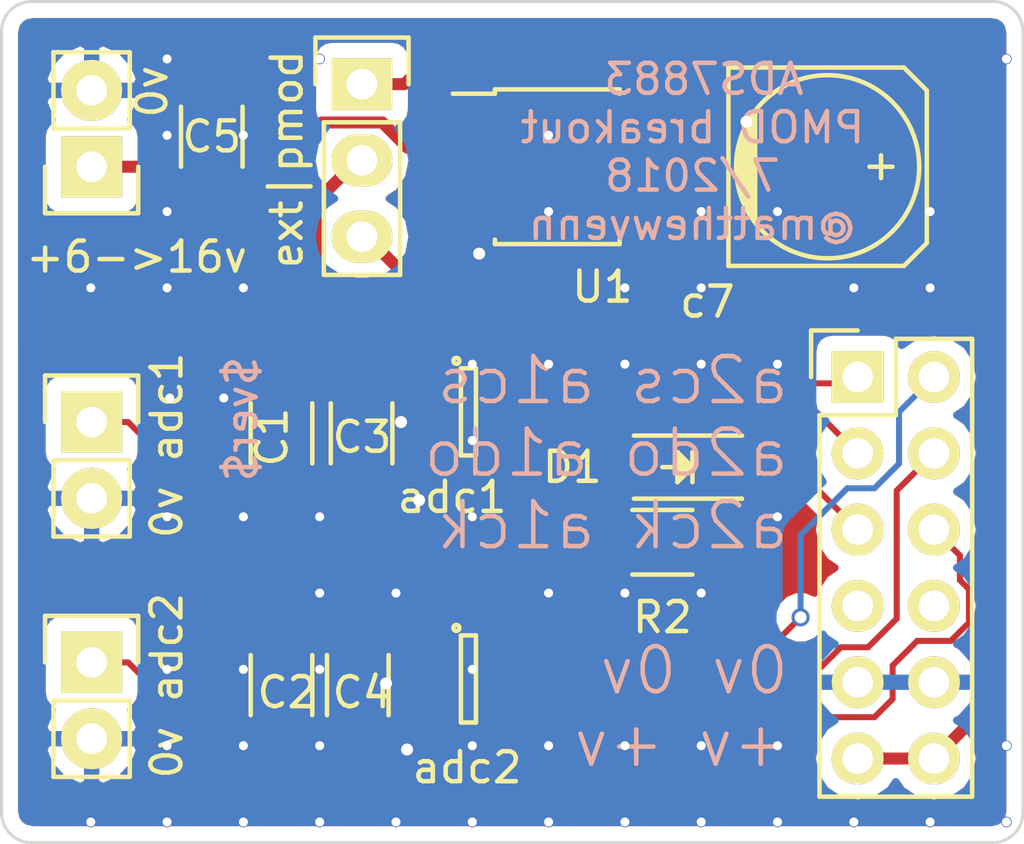
<source format=kicad_pcb>
(kicad_pcb (version 20170922) (host pcbnew "(2017-11-06 revision 3045509)-HEAD")

  (general
    (thickness 1.6)
    (drawings 27)
    (tracks 119)
    (zones 0)
    (modules 78)
    (nets 22)
  )

  (page A4)
  (layers
    (0 F.Cu signal hide)
    (31 B.Cu signal hide)
    (32 B.Adhes user)
    (33 F.Adhes user)
    (34 B.Paste user)
    (35 F.Paste user)
    (36 B.SilkS user)
    (37 F.SilkS user)
    (38 B.Mask user)
    (39 F.Mask user)
    (40 Dwgs.User user hide)
    (41 Cmts.User user)
    (42 Eco1.User user)
    (43 Eco2.User user)
    (44 Edge.Cuts user)
    (45 Margin user)
    (46 B.CrtYd user)
    (47 F.CrtYd user)
    (48 B.Fab user)
    (49 F.Fab user hide)
  )

  (setup
    (last_trace_width 0.2)
    (trace_clearance 0.2)
    (zone_clearance 0.5)
    (zone_45_only no)
    (trace_min 0.2)
    (segment_width 0.2)
    (edge_width 0.1)
    (via_size 0.6)
    (via_drill 0.4)
    (via_min_size 0.4)
    (via_min_drill 0.3)
    (uvia_size 0.3)
    (uvia_drill 0.1)
    (uvias_allowed no)
    (uvia_min_size 0.2)
    (uvia_min_drill 0.1)
    (pcb_text_width 0.3)
    (pcb_text_size 1.5 1.5)
    (mod_edge_width 0.15)
    (mod_text_size 1 1)
    (mod_text_width 0.15)
    (pad_size 0.9 0.9)
    (pad_drill 0.8)
    (pad_to_mask_clearance 0)
    (aux_axis_origin 0 0)
    (visible_elements FFFFFF7F)
    (pcbplotparams
      (layerselection 0x010f0_80000001)
      (usegerberextensions false)
      (usegerberattributes true)
      (usegerberadvancedattributes true)
      (creategerberjobfile true)
      (excludeedgelayer true)
      (linewidth 0.100000)
      (plotframeref false)
      (viasonmask false)
      (mode 1)
      (useauxorigin false)
      (hpglpennumber 1)
      (hpglpenspeed 20)
      (hpglpendiameter 15)
      (psnegative false)
      (psa4output false)
      (plotreference true)
      (plotvalue true)
      (plotinvisibletext false)
      (padsonsilk false)
      (subtractmaskfromsilk false)
      (outputformat 1)
      (mirror false)
      (drillshape 0)
      (scaleselection 1)
      (outputdirectory fab/))
  )

  (net 0 "")
  (net 1 Earth)
  (net 2 adc1-sdo)
  (net 3 adc2-sdo)
  (net 4 adc-5v)
  (net 5 "Net-(D1-Pad1)")
  (net 6 +12V)
  (net 7 ref-5v)
  (net 8 adc1-clk)
  (net 9 adc1-cs)
  (net 10 adc2-clk)
  (net 11 adc2-cs)
  (net 12 pmod+)
  (net 13 "Net-(U1-Pad1)")
  (net 14 "Net-(U1-Pad3)")
  (net 15 "Net-(U1-Pad5)")
  (net 16 "Net-(U1-Pad7)")
  (net 17 "Net-(U1-Pad8)")
  (net 18 "Net-(P3-Pad1)")
  (net 19 "Net-(P4-Pad1)")
  (net 20 "Net-(P5-Pad8)")
  (net 21 "Net-(P5-Pad7)")

  (net_class Default "This is the default net class."
    (clearance 0.2)
    (trace_width 0.2)
    (via_dia 0.6)
    (via_drill 0.4)
    (uvia_dia 0.3)
    (uvia_drill 0.1)
    (add_net "Net-(D1-Pad1)")
    (add_net "Net-(P3-Pad1)")
    (add_net "Net-(P4-Pad1)")
    (add_net "Net-(P5-Pad7)")
    (add_net "Net-(P5-Pad8)")
    (add_net "Net-(U1-Pad1)")
    (add_net "Net-(U1-Pad3)")
    (add_net "Net-(U1-Pad5)")
    (add_net "Net-(U1-Pad7)")
    (add_net "Net-(U1-Pad8)")
    (add_net adc1-clk)
    (add_net adc1-cs)
    (add_net adc1-sdo)
    (add_net adc2-clk)
    (add_net adc2-cs)
    (add_net adc2-sdo)
  )

  (net_class power ""
    (clearance 0.2)
    (trace_width 0.4)
    (via_dia 0.6)
    (via_drill 0.4)
    (uvia_dia 0.3)
    (uvia_drill 0.1)
    (add_net +12V)
    (add_net Earth)
    (add_net adc-5v)
    (add_net pmod+)
    (add_net ref-5v)
  )

  (module ADS7883:SOT-23-6 (layer F.Cu) (tedit 5B5C2FF4) (tstamp 5B86AAD8)
    (at 143.543 81.661)
    (descr "6-pin SOT-23 package")
    (tags SOT-23-6)
    (path /57CEDE6D)
    (attr smd)
    (fp_text reference adc1 (at -0.543 2.839) (layer F.SilkS)
      (effects (font (size 1 1) (thickness 0.15)))
    )
    (fp_text value ads7883 (at -0.043 0.339 90) (layer F.Fab)
      (effects (font (size 1 1) (thickness 0.15)))
    )
    (fp_line (start -2 -1.8) (end -2 1.7) (layer F.CrtYd) (width 0.1))
    (fp_line (start 2 1.7) (end -2 1.7) (layer F.CrtYd) (width 0.1))
    (fp_line (start 2 -1.8) (end 2 1.7) (layer F.CrtYd) (width 0.1))
    (fp_line (start -2 -1.8) (end 2 -1.8) (layer F.CrtYd) (width 0.1))
    (fp_circle (center -0.4 -1.7) (end -0.3 -1.7) (layer F.SilkS) (width 0.15))
    (fp_line (start 0.25 -1.45) (end -0.25 -1.45) (layer F.SilkS) (width 0.15))
    (fp_line (start 0.25 1.45) (end 0.25 -1.45) (layer F.SilkS) (width 0.15))
    (fp_line (start -0.25 1.45) (end 0.25 1.45) (layer F.SilkS) (width 0.15))
    (fp_line (start -0.25 -1.45) (end -0.25 1.45) (layer F.SilkS) (width 0.15))
    (pad 1 smd rect (at -1.1 -0.95) (size 1.06 0.65) (layers F.Cu F.Paste F.Mask)
      (net 4 adc-5v))
    (pad 2 smd rect (at -1.1 0) (size 1.06 0.65) (layers F.Cu F.Paste F.Mask)
      (net 1 Earth))
    (pad 3 smd rect (at -1.1 0.95) (size 1.06 0.65) (layers F.Cu F.Paste F.Mask)
      (net 18 "Net-(P3-Pad1)"))
    (pad 4 smd rect (at 1.1 0.95) (size 1.06 0.65) (layers F.Cu F.Paste F.Mask)
      (net 8 adc1-clk))
    (pad 6 smd rect (at 1.1 -0.95) (size 1.06 0.65) (layers F.Cu F.Paste F.Mask)
      (net 9 adc1-cs))
    (pad 5 smd rect (at 1.1 0) (size 1.06 0.65) (layers F.Cu F.Paste F.Mask)
      (net 2 adc1-sdo))
    (model TO_SOT_Packages_SMD.3dshapes/SOT-23-6.wrl
      (at (xyz 0 0 0))
      (scale (xyz 1 1 1))
      (rotate (xyz 0 0 0))
    )
  )

  (module ADS7883:SOT-23-6 (layer F.Cu) (tedit 5B5C2FF4) (tstamp 5B86AAE6)
    (at 143.543 90.551)
    (descr "6-pin SOT-23 package")
    (tags SOT-23-6)
    (path /57CEDF51)
    (attr smd)
    (fp_text reference adc2 (at -0.043 2.949) (layer F.SilkS)
      (effects (font (size 1 1) (thickness 0.15)))
    )
    (fp_text value ads7883 (at -0.043 0.449 90) (layer F.Fab)
      (effects (font (size 1 1) (thickness 0.15)))
    )
    (fp_line (start -2 -1.8) (end -2 1.7) (layer F.CrtYd) (width 0.1))
    (fp_line (start 2 1.7) (end -2 1.7) (layer F.CrtYd) (width 0.1))
    (fp_line (start 2 -1.8) (end 2 1.7) (layer F.CrtYd) (width 0.1))
    (fp_line (start -2 -1.8) (end 2 -1.8) (layer F.CrtYd) (width 0.1))
    (fp_circle (center -0.4 -1.7) (end -0.3 -1.7) (layer F.SilkS) (width 0.15))
    (fp_line (start 0.25 -1.45) (end -0.25 -1.45) (layer F.SilkS) (width 0.15))
    (fp_line (start 0.25 1.45) (end 0.25 -1.45) (layer F.SilkS) (width 0.15))
    (fp_line (start -0.25 1.45) (end 0.25 1.45) (layer F.SilkS) (width 0.15))
    (fp_line (start -0.25 -1.45) (end -0.25 1.45) (layer F.SilkS) (width 0.15))
    (pad 1 smd rect (at -1.1 -0.95) (size 1.06 0.65) (layers F.Cu F.Paste F.Mask)
      (net 4 adc-5v))
    (pad 2 smd rect (at -1.1 0) (size 1.06 0.65) (layers F.Cu F.Paste F.Mask)
      (net 1 Earth))
    (pad 3 smd rect (at -1.1 0.95) (size 1.06 0.65) (layers F.Cu F.Paste F.Mask)
      (net 19 "Net-(P4-Pad1)"))
    (pad 4 smd rect (at 1.1 0.95) (size 1.06 0.65) (layers F.Cu F.Paste F.Mask)
      (net 10 adc2-clk))
    (pad 6 smd rect (at 1.1 -0.95) (size 1.06 0.65) (layers F.Cu F.Paste F.Mask)
      (net 11 adc2-cs))
    (pad 5 smd rect (at 1.1 0) (size 1.06 0.65) (layers F.Cu F.Paste F.Mask)
      (net 3 adc2-sdo))
    (model TO_SOT_Packages_SMD.3dshapes/SOT-23-6.wrl
      (at (xyz 0 0 0))
      (scale (xyz 1 1 1))
      (rotate (xyz 0 0 0))
    )
  )

  (module VIA_MATRIX (layer F.Cu) (tedit 5B39F7A4) (tstamp 5B86B08A)
    (at 133.6 81.2)
    (attr virtual)
    (fp_text reference V4_9 (at 0 0) (layer F.SilkS) hide
      (effects (font (size 0 0) (thickness 0.15)))
    )
    (fp_text value AUTO_VIA (at 0 0) (layer F.Fab) hide
      (effects (font (size 0 0) (thickness 0.15)))
    )
    (pad 1 thru_hole circle (at 0 0) (size 0.35 0.35) (drill 0.3) (layers *.Cu)
      (net 1 Earth) (clearance 0.2) (zone_connect 2))
  )

  (module VIA_MATRIX (layer F.Cu) (tedit 5B39F7A4) (tstamp 5B86B07E)
    (at 135.4 81.2)
    (attr virtual)
    (fp_text reference V4_9 (at 0 0) (layer F.SilkS) hide
      (effects (font (size 0 0) (thickness 0.15)))
    )
    (fp_text value AUTO_VIA (at 0 0) (layer F.Fab) hide
      (effects (font (size 0 0) (thickness 0.15)))
    )
    (pad 1 thru_hole circle (at 0 0) (size 0.35 0.35) (drill 0.3) (layers *.Cu)
      (net 1 Earth) (clearance 0.2) (zone_connect 2))
  )

  (module ADS7883:C_1206_HandSoldering (layer F.Cu) (tedit 541A9C03) (tstamp 5B86AAF4)
    (at 137.32 82.375 270)
    (descr "Capacitor SMD 1206, hand soldering")
    (tags "capacitor 1206")
    (path /57CEE9ED)
    (attr smd)
    (fp_text reference C1 (at 0.125 0.32 90) (layer F.SilkS)
      (effects (font (size 1 1) (thickness 0.15)))
    )
    (fp_text value 1u (at 0 0 270) (layer F.Fab)
      (effects (font (size 1 1) (thickness 0.15)))
    )
    (fp_line (start -1 1.025) (end 1 1.025) (layer F.SilkS) (width 0.15))
    (fp_line (start 1 -1.025) (end -1 -1.025) (layer F.SilkS) (width 0.15))
    (fp_line (start 3.3 -1.15) (end 3.3 1.15) (layer F.CrtYd) (width 0.05))
    (fp_line (start -3.3 -1.15) (end -3.3 1.15) (layer F.CrtYd) (width 0.05))
    (fp_line (start -3.3 1.15) (end 3.3 1.15) (layer F.CrtYd) (width 0.05))
    (fp_line (start -3.3 -1.15) (end 3.3 -1.15) (layer F.CrtYd) (width 0.05))
    (pad 2 smd rect (at 2 0 270) (size 2 1.6) (layers F.Cu F.Paste F.Mask)
      (net 1 Earth))
    (pad 1 smd rect (at -2 0 270) (size 2 1.6) (layers F.Cu F.Paste F.Mask)
      (net 4 adc-5v))
    (model Capacitors_SMD.3dshapes/C_1206_HandSoldering.wrl
      (at (xyz 0 0 0))
      (scale (xyz 1 1 1))
      (rotate (xyz 0 0 0))
    )
  )

  (module ADS7883:C_1206_HandSoldering (layer F.Cu) (tedit 541A9C03) (tstamp 5B86AAFF)
    (at 137.32 90.757 270)
    (descr "Capacitor SMD 1206, hand soldering")
    (tags "capacitor 1206")
    (path /57CEED93)
    (attr smd)
    (fp_text reference C2 (at 0.243 -0.18) (layer F.SilkS)
      (effects (font (size 1 1) (thickness 0.15)))
    )
    (fp_text value 1u (at 0.2 -0.2 270) (layer F.Fab)
      (effects (font (size 1 1) (thickness 0.15)))
    )
    (fp_line (start -1 1.025) (end 1 1.025) (layer F.SilkS) (width 0.15))
    (fp_line (start 1 -1.025) (end -1 -1.025) (layer F.SilkS) (width 0.15))
    (fp_line (start 3.3 -1.15) (end 3.3 1.15) (layer F.CrtYd) (width 0.05))
    (fp_line (start -3.3 -1.15) (end -3.3 1.15) (layer F.CrtYd) (width 0.05))
    (fp_line (start -3.3 1.15) (end 3.3 1.15) (layer F.CrtYd) (width 0.05))
    (fp_line (start -3.3 -1.15) (end 3.3 -1.15) (layer F.CrtYd) (width 0.05))
    (pad 2 smd rect (at 2 0 270) (size 2 1.6) (layers F.Cu F.Paste F.Mask)
      (net 1 Earth))
    (pad 1 smd rect (at -2 0 270) (size 2 1.6) (layers F.Cu F.Paste F.Mask)
      (net 4 adc-5v))
    (model Capacitors_SMD.3dshapes/C_1206_HandSoldering.wrl
      (at (xyz 0 0 0))
      (scale (xyz 1 1 1))
      (rotate (xyz 0 0 0))
    )
  )

  (module ADS7883:C_1206_HandSoldering (layer F.Cu) (tedit 541A9C03) (tstamp 5B86AB0A)
    (at 139.987 82.375 270)
    (descr "Capacitor SMD 1206, hand soldering")
    (tags "capacitor 1206")
    (path /57CEEA91)
    (attr smd)
    (fp_text reference C3 (at 0.125 -0.013) (layer F.SilkS)
      (effects (font (size 1 1) (thickness 0.15)))
    )
    (fp_text value 10n (at -0.11 -0.185 270) (layer F.Fab)
      (effects (font (size 1 1) (thickness 0.15)))
    )
    (fp_line (start -3.3 -1.15) (end 3.3 -1.15) (layer F.CrtYd) (width 0.05))
    (fp_line (start -3.3 1.15) (end 3.3 1.15) (layer F.CrtYd) (width 0.05))
    (fp_line (start -3.3 -1.15) (end -3.3 1.15) (layer F.CrtYd) (width 0.05))
    (fp_line (start 3.3 -1.15) (end 3.3 1.15) (layer F.CrtYd) (width 0.05))
    (fp_line (start 1 -1.025) (end -1 -1.025) (layer F.SilkS) (width 0.15))
    (fp_line (start -1 1.025) (end 1 1.025) (layer F.SilkS) (width 0.15))
    (pad 1 smd rect (at -2 0 270) (size 2 1.6) (layers F.Cu F.Paste F.Mask)
      (net 4 adc-5v))
    (pad 2 smd rect (at 2 0 270) (size 2 1.6) (layers F.Cu F.Paste F.Mask)
      (net 1 Earth))
    (model Capacitors_SMD.3dshapes/C_1206_HandSoldering.wrl
      (at (xyz 0 0 0))
      (scale (xyz 1 1 1))
      (rotate (xyz 0 0 0))
    )
  )

  (module ADS7883:C_1206_HandSoldering (layer F.Cu) (tedit 541A9C03) (tstamp 5B86AB15)
    (at 139.86 90.757 270)
    (descr "Capacitor SMD 1206, hand soldering")
    (tags "capacitor 1206")
    (path /57CEED99)
    (attr smd)
    (fp_text reference C4 (at 0.243 -0.14) (layer F.SilkS)
      (effects (font (size 1 1) (thickness 0.15)))
    )
    (fp_text value 10n (at 0.3 -0.3 270) (layer F.Fab)
      (effects (font (size 1 1) (thickness 0.15)))
    )
    (fp_line (start -3.3 -1.15) (end 3.3 -1.15) (layer F.CrtYd) (width 0.05))
    (fp_line (start -3.3 1.15) (end 3.3 1.15) (layer F.CrtYd) (width 0.05))
    (fp_line (start -3.3 -1.15) (end -3.3 1.15) (layer F.CrtYd) (width 0.05))
    (fp_line (start 3.3 -1.15) (end 3.3 1.15) (layer F.CrtYd) (width 0.05))
    (fp_line (start 1 -1.025) (end -1 -1.025) (layer F.SilkS) (width 0.15))
    (fp_line (start -1 1.025) (end 1 1.025) (layer F.SilkS) (width 0.15))
    (pad 1 smd rect (at -2 0 270) (size 2 1.6) (layers F.Cu F.Paste F.Mask)
      (net 4 adc-5v))
    (pad 2 smd rect (at 2 0 270) (size 2 1.6) (layers F.Cu F.Paste F.Mask)
      (net 1 Earth))
    (model Capacitors_SMD.3dshapes/C_1206_HandSoldering.wrl
      (at (xyz 0 0 0))
      (scale (xyz 1 1 1))
      (rotate (xyz 0 0 0))
    )
  )

  (module ADS7883:C_1206_HandSoldering (layer F.Cu) (tedit 541A9C03) (tstamp 5B86AB20)
    (at 135 72.5 90)
    (descr "Capacitor SMD 1206, hand soldering")
    (tags "capacitor 1206")
    (path /57CEE5B8)
    (attr smd)
    (fp_text reference C5 (at 0 0 180) (layer F.SilkS)
      (effects (font (size 1 1) (thickness 0.15)))
    )
    (fp_text value 1u (at 0 -0.5 90) (layer F.Fab)
      (effects (font (size 1 1) (thickness 0.15)))
    )
    (fp_line (start -1 1.025) (end 1 1.025) (layer F.SilkS) (width 0.15))
    (fp_line (start 1 -1.025) (end -1 -1.025) (layer F.SilkS) (width 0.15))
    (fp_line (start 3.3 -1.15) (end 3.3 1.15) (layer F.CrtYd) (width 0.05))
    (fp_line (start -3.3 -1.15) (end -3.3 1.15) (layer F.CrtYd) (width 0.05))
    (fp_line (start -3.3 1.15) (end 3.3 1.15) (layer F.CrtYd) (width 0.05))
    (fp_line (start -3.3 -1.15) (end 3.3 -1.15) (layer F.CrtYd) (width 0.05))
    (pad 2 smd rect (at 2 0 90) (size 2 1.6) (layers F.Cu F.Paste F.Mask)
      (net 1 Earth))
    (pad 1 smd rect (at -2 0 90) (size 2 1.6) (layers F.Cu F.Paste F.Mask)
      (net 6 +12V))
    (model Capacitors_SMD.3dshapes/C_1206_HandSoldering.wrl
      (at (xyz 0 0 0))
      (scale (xyz 1 1 1))
      (rotate (xyz 0 0 0))
    )
  )

  (module ADS7883:c_elec_6.3x7.7 (layer F.Cu) (tedit 556FDD06) (tstamp 5B86AB2B)
    (at 155.5 73.5)
    (descr "SMT capacitor, aluminium electrolytic, 6.3x7.7")
    (path /57CF05DE)
    (attr smd)
    (fp_text reference c7 (at -4 4.5 180) (layer F.SilkS)
      (effects (font (size 1 1) (thickness 0.15)))
    )
    (fp_text value 22u (at 0 2.5) (layer F.Fab)
      (effects (font (size 1 1) (thickness 0.15)))
    )
    (fp_circle (center 0 0) (end -3.048 0) (layer F.SilkS) (width 0.15))
    (fp_line (start 1.778 -0.381) (end 1.778 0.381) (layer F.SilkS) (width 0.15))
    (fp_line (start 2.159 0) (end 1.397 0) (layer F.SilkS) (width 0.15))
    (fp_line (start 2.54 -3.302) (end -3.302 -3.302) (layer F.SilkS) (width 0.15))
    (fp_line (start 3.302 -2.54) (end 2.54 -3.302) (layer F.SilkS) (width 0.15))
    (fp_line (start 3.302 2.54) (end 3.302 -2.54) (layer F.SilkS) (width 0.15))
    (fp_line (start 2.54 3.302) (end 3.302 2.54) (layer F.SilkS) (width 0.15))
    (fp_line (start -3.302 3.302) (end 2.54 3.302) (layer F.SilkS) (width 0.15))
    (fp_line (start -3.302 -3.302) (end -3.302 3.302) (layer F.SilkS) (width 0.15))
    (fp_line (start -2.413 -1.778) (end -2.413 1.778) (layer F.SilkS) (width 0.15))
    (fp_line (start -2.54 1.651) (end -2.54 -1.651) (layer F.SilkS) (width 0.15))
    (fp_line (start -2.667 -1.397) (end -2.667 1.397) (layer F.SilkS) (width 0.15))
    (fp_line (start -2.794 1.143) (end -2.794 -1.143) (layer F.SilkS) (width 0.15))
    (fp_line (start -2.921 -0.762) (end -2.921 0.762) (layer F.SilkS) (width 0.15))
    (fp_line (start -4.85 3.55) (end -4.85 -3.55) (layer F.CrtYd) (width 0.05))
    (fp_line (start 4.85 3.55) (end -4.85 3.55) (layer F.CrtYd) (width 0.05))
    (fp_line (start 4.85 -3.55) (end 4.85 3.55) (layer F.CrtYd) (width 0.05))
    (fp_line (start -4.85 -3.55) (end 4.85 -3.55) (layer F.CrtYd) (width 0.05))
    (pad 2 smd rect (at -2.75082 0) (size 3.59918 1.6002) (layers F.Cu F.Paste F.Mask)
      (net 1 Earth))
    (pad 1 smd rect (at 2.75082 0) (size 3.59918 1.6002) (layers F.Cu F.Paste F.Mask)
      (net 4 adc-5v))
    (model Capacitors_SMD.3dshapes/c_elec_6.3x7.7.wrl
      (at (xyz 0 0 0))
      (scale (xyz 1 1 1))
      (rotate (xyz 0 0 0))
    )
  )

  (module ADS7883:LED-1206 (layer F.Cu) (tedit 55BDE2E8) (tstamp 5B86AB42)
    (at 150.5 83.5 180)
    (descr "LED 1206 smd package")
    (tags "LED1206 SMD")
    (path /57CF06F4)
    (attr smd)
    (fp_text reference D1 (at 3.5 0 180) (layer F.SilkS)
      (effects (font (size 1 1) (thickness 0.15)))
    )
    (fp_text value LED (at 0 0 180) (layer F.Fab)
      (effects (font (size 1 1) (thickness 0.15)))
    )
    (fp_line (start 2.5 1.25) (end 2.5 -1.25) (layer F.CrtYd) (width 0.05))
    (fp_line (start -2.5 1.25) (end 2.5 1.25) (layer F.CrtYd) (width 0.05))
    (fp_line (start -2.5 -1.25) (end -2.5 1.25) (layer F.CrtYd) (width 0.05))
    (fp_line (start 2.5 -1.25) (end -2.5 -1.25) (layer F.CrtYd) (width 0.05))
    (fp_line (start 0 0.5) (end -0.5 0) (layer F.SilkS) (width 0.15))
    (fp_line (start 0 -0.5) (end 0 0.5) (layer F.SilkS) (width 0.15))
    (fp_line (start -0.5 0) (end 0 -0.5) (layer F.SilkS) (width 0.15))
    (fp_line (start 0 0) (end 0.5 0) (layer F.SilkS) (width 0.15))
    (fp_line (start -0.5 -0.5) (end -0.5 0.5) (layer F.SilkS) (width 0.15))
    (fp_line (start -0.2 0.05) (end -0.25 0) (layer F.SilkS) (width 0.15))
    (fp_line (start -0.2 -0.2) (end -0.2 0.05) (layer F.SilkS) (width 0.15))
    (fp_line (start -0.4 0) (end -0.2 -0.2) (layer F.SilkS) (width 0.15))
    (fp_line (start -0.1 0.3) (end -0.4 0) (layer F.SilkS) (width 0.15))
    (fp_line (start -0.1 -0.3) (end -0.1 0.3) (layer F.SilkS) (width 0.15))
    (fp_line (start -2.15 -1.05) (end 1.45 -1.05) (layer F.SilkS) (width 0.15))
    (fp_line (start -2.15 1.05) (end 1.45 1.05) (layer F.SilkS) (width 0.15))
    (pad 1 smd rect (at -1.41986 0) (size 1.59766 1.80086) (layers F.Cu F.Paste F.Mask)
      (net 5 "Net-(D1-Pad1)"))
    (pad 2 smd rect (at 1.41986 0) (size 1.59766 1.80086) (layers F.Cu F.Paste F.Mask)
      (net 4 adc-5v))
  )

  (module ADS7883:Pin_Header_Straight_1x03 (layer F.Cu) (tedit 5B5C3276) (tstamp 5B86AB57)
    (at 140 70.75)
    (descr "Through hole pin header")
    (tags "pin header")
    (path /57CEF070)
    (fp_text reference P1 (at 2 -7.5) (layer F.SilkS) hide
      (effects (font (size 1 1) (thickness 0.15)))
    )
    (fp_text value CONN_01X03 (at 0 2.25 90) (layer F.Fab)
      (effects (font (size 1 1) (thickness 0.15)))
    )
    (fp_line (start -1.55 -1.55) (end 1.55 -1.55) (layer F.SilkS) (width 0.15))
    (fp_line (start -1.55 0) (end -1.55 -1.55) (layer F.SilkS) (width 0.15))
    (fp_line (start 1.27 1.27) (end -1.27 1.27) (layer F.SilkS) (width 0.15))
    (fp_line (start 1.55 -1.55) (end 1.55 0) (layer F.SilkS) (width 0.15))
    (fp_line (start 1.27 6.35) (end 1.27 1.27) (layer F.SilkS) (width 0.15))
    (fp_line (start -1.27 6.35) (end 1.27 6.35) (layer F.SilkS) (width 0.15))
    (fp_line (start -1.27 1.27) (end -1.27 6.35) (layer F.SilkS) (width 0.15))
    (fp_line (start -1.75 6.85) (end 1.75 6.85) (layer F.CrtYd) (width 0.05))
    (fp_line (start -1.75 -1.75) (end 1.75 -1.75) (layer F.CrtYd) (width 0.05))
    (fp_line (start 1.75 -1.75) (end 1.75 6.85) (layer F.CrtYd) (width 0.05))
    (fp_line (start -1.75 -1.75) (end -1.75 6.85) (layer F.CrtYd) (width 0.05))
    (pad 3 thru_hole oval (at 0 5.08) (size 2.032 1.7272) (drill 1.016) (layers *.Cu *.Mask F.SilkS)
      (net 7 ref-5v))
    (pad 2 thru_hole oval (at 0 2.54) (size 2.032 1.7272) (drill 1.016) (layers *.Cu *.Mask F.SilkS)
      (net 4 adc-5v))
    (pad 1 thru_hole rect (at 0 0) (size 2.032 1.7272) (drill 1.016) (layers *.Cu *.Mask F.SilkS)
      (net 12 pmod+))
    (model Pin_Headers.3dshapes/Pin_Header_Straight_1x03.wrl
      (at (xyz 0 -0.1 0))
      (scale (xyz 1 1 1))
      (rotate (xyz 0 0 90))
    )
  )

  (module ADS7883:Pin_Header_Straight_1x02 (layer F.Cu) (tedit 54EA090C) (tstamp 5B86AB68)
    (at 131 73.5 180)
    (descr "Through hole pin header")
    (tags "pin header")
    (path /57CF0A5D)
    (fp_text reference P2 (at 0 7 180) (layer F.SilkS) hide
      (effects (font (size 1 1) (thickness 0.15)))
    )
    (fp_text value CONN_01X02 (at 6 1 180) (layer F.Fab)
      (effects (font (size 1 1) (thickness 0.15)))
    )
    (fp_line (start -1.27 3.81) (end 1.27 3.81) (layer F.SilkS) (width 0.15))
    (fp_line (start -1.27 1.27) (end -1.27 3.81) (layer F.SilkS) (width 0.15))
    (fp_line (start -1.55 -1.55) (end 1.55 -1.55) (layer F.SilkS) (width 0.15))
    (fp_line (start -1.55 0) (end -1.55 -1.55) (layer F.SilkS) (width 0.15))
    (fp_line (start 1.27 1.27) (end -1.27 1.27) (layer F.SilkS) (width 0.15))
    (fp_line (start -1.75 4.3) (end 1.75 4.3) (layer F.CrtYd) (width 0.05))
    (fp_line (start -1.75 -1.75) (end 1.75 -1.75) (layer F.CrtYd) (width 0.05))
    (fp_line (start 1.75 -1.75) (end 1.75 4.3) (layer F.CrtYd) (width 0.05))
    (fp_line (start -1.75 -1.75) (end -1.75 4.3) (layer F.CrtYd) (width 0.05))
    (fp_line (start 1.55 -1.55) (end 1.55 0) (layer F.SilkS) (width 0.15))
    (fp_line (start 1.27 1.27) (end 1.27 3.81) (layer F.SilkS) (width 0.15))
    (pad 2 thru_hole oval (at 0 2.54 180) (size 2.032 2.032) (drill 1.016) (layers *.Cu *.Mask F.SilkS)
      (net 1 Earth))
    (pad 1 thru_hole rect (at 0 0 180) (size 2.032 2.032) (drill 1.016) (layers *.Cu *.Mask F.SilkS)
      (net 6 +12V))
    (model Pin_Headers.3dshapes/Pin_Header_Straight_1x02.wrl
      (at (xyz 0 -0.05 0))
      (scale (xyz 1 1 1))
      (rotate (xyz 0 0 90))
    )
  )

  (module ADS7883:Pin_Header_Straight_1x02 (layer F.Cu) (tedit 5B39F44A) (tstamp 5B86AB88)
    (at 131 82)
    (descr "Through hole pin header")
    (tags "pin header")
    (path /57CEE53C)
    (fp_text reference P3 (at 0 -3.175) (layer F.SilkS) hide
      (effects (font (size 1 1) (thickness 0.15)))
    )
    (fp_text value CONN_01X02 (at -7 1.5) (layer F.Fab)
      (effects (font (size 1 1) (thickness 0.15)))
    )
    (fp_line (start -1.27 3.81) (end 1.27 3.81) (layer F.SilkS) (width 0.15))
    (fp_line (start -1.27 1.27) (end -1.27 3.81) (layer F.SilkS) (width 0.15))
    (fp_line (start -1.55 -1.55) (end 1.55 -1.55) (layer F.SilkS) (width 0.15))
    (fp_line (start -1.55 0) (end -1.55 -1.55) (layer F.SilkS) (width 0.15))
    (fp_line (start 1.27 1.27) (end -1.27 1.27) (layer F.SilkS) (width 0.15))
    (fp_line (start -1.75 4.3) (end 1.75 4.3) (layer F.CrtYd) (width 0.05))
    (fp_line (start -1.75 -1.75) (end 1.75 -1.75) (layer F.CrtYd) (width 0.05))
    (fp_line (start 1.75 -1.75) (end 1.75 4.3) (layer F.CrtYd) (width 0.05))
    (fp_line (start -1.75 -1.75) (end -1.75 4.3) (layer F.CrtYd) (width 0.05))
    (fp_line (start 1.55 -1.55) (end 1.55 0) (layer F.SilkS) (width 0.15))
    (fp_line (start 1.27 1.27) (end 1.27 3.81) (layer F.SilkS) (width 0.15))
    (pad 2 thru_hole oval (at 0 2.54) (size 2.032 2.032) (drill 1.016) (layers *.Cu *.Mask F.SilkS)
      (net 1 Earth))
    (pad 1 thru_hole rect (at 0 0) (size 2.032 2.032) (drill 1.016) (layers *.Cu *.Mask F.SilkS)
      (net 18 "Net-(P3-Pad1)"))
    (model Pin_Headers.3dshapes/Pin_Header_Straight_1x02.wrl
      (at (xyz 0 -0.05 0))
      (scale (xyz 1 1 1))
      (rotate (xyz 0 0 90))
    )
  )

  (module ADS7883:Pin_Header_Straight_1x02 (layer F.Cu) (tedit 5B39F446) (tstamp 5B86AB99)
    (at 131 90)
    (descr "Through hole pin header")
    (tags "pin header")
    (path /57CEE623)
    (fp_text reference P4 (at 0 -3.175) (layer F.SilkS) hide
      (effects (font (size 1 1) (thickness 0.15)))
    )
    (fp_text value CONN_01X02 (at -6.5 2) (layer F.Fab)
      (effects (font (size 1 1) (thickness 0.15)))
    )
    (fp_line (start 1.27 1.27) (end 1.27 3.81) (layer F.SilkS) (width 0.15))
    (fp_line (start 1.55 -1.55) (end 1.55 0) (layer F.SilkS) (width 0.15))
    (fp_line (start -1.75 -1.75) (end -1.75 4.3) (layer F.CrtYd) (width 0.05))
    (fp_line (start 1.75 -1.75) (end 1.75 4.3) (layer F.CrtYd) (width 0.05))
    (fp_line (start -1.75 -1.75) (end 1.75 -1.75) (layer F.CrtYd) (width 0.05))
    (fp_line (start -1.75 4.3) (end 1.75 4.3) (layer F.CrtYd) (width 0.05))
    (fp_line (start 1.27 1.27) (end -1.27 1.27) (layer F.SilkS) (width 0.15))
    (fp_line (start -1.55 0) (end -1.55 -1.55) (layer F.SilkS) (width 0.15))
    (fp_line (start -1.55 -1.55) (end 1.55 -1.55) (layer F.SilkS) (width 0.15))
    (fp_line (start -1.27 1.27) (end -1.27 3.81) (layer F.SilkS) (width 0.15))
    (fp_line (start -1.27 3.81) (end 1.27 3.81) (layer F.SilkS) (width 0.15))
    (pad 1 thru_hole rect (at 0 0) (size 2.032 2.032) (drill 1.016) (layers *.Cu *.Mask F.SilkS)
      (net 19 "Net-(P4-Pad1)"))
    (pad 2 thru_hole oval (at 0 2.54) (size 2.032 2.032) (drill 1.016) (layers *.Cu *.Mask F.SilkS)
      (net 1 Earth))
    (model Pin_Headers.3dshapes/Pin_Header_Straight_1x02.wrl
      (at (xyz 0 -0.05 0))
      (scale (xyz 1 1 1))
      (rotate (xyz 0 0 90))
    )
  )

  (module ADS7883:Pin_Header_Straight_2x06 (layer F.Cu) (tedit 5B39F4B2) (tstamp 5B86ABB5)
    (at 156.5 80.5)
    (descr "Through hole pin header")
    (tags "pin header")
    (path /57CEBC31)
    (fp_text reference P5 (at 11.75 -0.75) (layer F.SilkS) hide
      (effects (font (size 2 2) (thickness 0.2)))
    )
    (fp_text value CONN_02X06 (at 1.5 6.5 90) (layer F.Fab)
      (effects (font (size 1 1) (thickness 0.15)))
    )
    (fp_line (start -1.55 -1.55) (end -1.55 0) (layer F.SilkS) (width 0.15))
    (fp_line (start 1.27 1.27) (end -1.27 1.27) (layer F.SilkS) (width 0.15))
    (fp_line (start 1.27 -1.27) (end 1.27 1.27) (layer F.SilkS) (width 0.15))
    (fp_line (start 0 -1.55) (end -1.55 -1.55) (layer F.SilkS) (width 0.15))
    (fp_line (start 3.81 -1.27) (end 1.27 -1.27) (layer F.SilkS) (width 0.15))
    (fp_line (start 3.81 13.97) (end -1.27 13.97) (layer F.SilkS) (width 0.15))
    (fp_line (start -1.27 1.27) (end -1.27 13.97) (layer F.SilkS) (width 0.15))
    (fp_line (start 3.81 13.97) (end 3.81 -1.27) (layer F.SilkS) (width 0.15))
    (fp_line (start -1.75 14.45) (end 4.3 14.45) (layer F.CrtYd) (width 0.05))
    (fp_line (start -1.75 -1.75) (end 4.3 -1.75) (layer F.CrtYd) (width 0.05))
    (fp_line (start 4.3 -1.75) (end 4.3 14.45) (layer F.CrtYd) (width 0.05))
    (fp_line (start -1.75 -1.75) (end -1.75 14.45) (layer F.CrtYd) (width 0.05))
    (pad 12 thru_hole oval (at 2.54 12.7) (size 1.7272 1.7272) (drill 1.016) (layers *.Cu *.Mask F.SilkS)
      (net 12 pmod+))
    (pad 11 thru_hole oval (at 0 12.7) (size 1.7272 1.7272) (drill 1.016) (layers *.Cu *.Mask F.SilkS)
      (net 12 pmod+))
    (pad 10 thru_hole oval (at 2.54 10.16) (size 1.7272 1.7272) (drill 1.016) (layers *.Cu *.Mask F.SilkS)
      (net 1 Earth))
    (pad 9 thru_hole oval (at 0 10.16) (size 1.7272 1.7272) (drill 1.016) (layers *.Cu *.Mask F.SilkS)
      (net 1 Earth))
    (pad 8 thru_hole oval (at 2.54 7.62) (size 1.7272 1.7272) (drill 1.016) (layers *.Cu *.Mask F.SilkS)
      (net 20 "Net-(P5-Pad8)"))
    (pad 7 thru_hole oval (at 0 7.62) (size 1.7272 1.7272) (drill 1.016) (layers *.Cu *.Mask F.SilkS)
      (net 21 "Net-(P5-Pad7)"))
    (pad 6 thru_hole oval (at 2.54 5.08) (size 1.7272 1.7272) (drill 1.016) (layers *.Cu *.Mask F.SilkS)
      (net 10 adc2-clk))
    (pad 5 thru_hole oval (at 0 5.08) (size 1.7272 1.7272) (drill 1.016) (layers *.Cu *.Mask F.SilkS)
      (net 8 adc1-clk))
    (pad 4 thru_hole oval (at 2.54 2.54) (size 1.7272 1.7272) (drill 1.016) (layers *.Cu *.Mask F.SilkS)
      (net 3 adc2-sdo))
    (pad 3 thru_hole oval (at 0 2.54) (size 1.7272 1.7272) (drill 1.016) (layers *.Cu *.Mask F.SilkS)
      (net 2 adc1-sdo))
    (pad 2 thru_hole oval (at 2.54 0) (size 1.7272 1.7272) (drill 1.016) (layers *.Cu *.Mask F.SilkS)
      (net 11 adc2-cs))
    (pad 1 thru_hole rect (at 0 0) (size 1.7272 1.7272) (drill 1.016) (layers *.Cu *.Mask F.SilkS)
      (net 9 adc1-cs))
    (model Pin_Headers.3dshapes/Pin_Header_Straight_2x06.wrl
      (at (xyz 0.05 -0.25 0))
      (scale (xyz 1 1 1))
      (rotate (xyz 0 0 90))
    )
  )

  (module ADS7883:R_1206_HandSoldering (layer F.Cu) (tedit 5418A20D) (tstamp 5B86ABB6)
    (at 150 86 180)
    (descr "Resistor SMD 1206, hand soldering")
    (tags "resistor 1206")
    (path /57CF0785)
    (attr smd)
    (fp_text reference R2 (at 0 -2.5 180) (layer F.SilkS)
      (effects (font (size 1 1) (thickness 0.15)))
    )
    (fp_text value R (at 0 0 180) (layer F.Fab)
      (effects (font (size 1 1) (thickness 0.15)))
    )
    (fp_line (start -1 -1.075) (end 1 -1.075) (layer F.SilkS) (width 0.15))
    (fp_line (start 1 1.075) (end -1 1.075) (layer F.SilkS) (width 0.15))
    (fp_line (start 3.3 -1.2) (end 3.3 1.2) (layer F.CrtYd) (width 0.05))
    (fp_line (start -3.3 -1.2) (end -3.3 1.2) (layer F.CrtYd) (width 0.05))
    (fp_line (start -3.3 1.2) (end 3.3 1.2) (layer F.CrtYd) (width 0.05))
    (fp_line (start -3.3 -1.2) (end 3.3 -1.2) (layer F.CrtYd) (width 0.05))
    (pad 2 smd rect (at 2 0 180) (size 2 1.7) (layers F.Cu F.Paste F.Mask)
      (net 1 Earth))
    (pad 1 smd rect (at -2 0 180) (size 2 1.7) (layers F.Cu F.Paste F.Mask)
      (net 5 "Net-(D1-Pad1)"))
    (model Resistors_SMD.3dshapes/R_1206_HandSoldering.wrl
      (at (xyz 0 0 0))
      (scale (xyz 1 1 1))
      (rotate (xyz 0 0 0))
    )
  )

  (module ADS7883:SOIC-8_3.9x4.9mm_Pitch1.27mm (layer F.Cu) (tedit 54130A77) (tstamp 5B86ABC1)
    (at 146.5 73.5)
    (descr "8-Lead Plastic Small Outline (SN) - Narrow, 3.90 mm Body [SOIC] (see Microchip Packaging Specification 00000049BS.pdf)")
    (tags "SOIC 1.27")
    (path /57CEE0C0)
    (attr smd)
    (fp_text reference U1 (at 1.5 4 180) (layer F.SilkS)
      (effects (font (size 1 1) (thickness 0.15)))
    )
    (fp_text value ref5050 (at 0 0) (layer F.Fab)
      (effects (font (size 1 1) (thickness 0.15)))
    )
    (fp_line (start -2.075 -2.43) (end -3.475 -2.43) (layer F.SilkS) (width 0.15))
    (fp_line (start -2.075 2.575) (end 2.075 2.575) (layer F.SilkS) (width 0.15))
    (fp_line (start -2.075 -2.575) (end 2.075 -2.575) (layer F.SilkS) (width 0.15))
    (fp_line (start -2.075 2.575) (end -2.075 2.43) (layer F.SilkS) (width 0.15))
    (fp_line (start 2.075 2.575) (end 2.075 2.43) (layer F.SilkS) (width 0.15))
    (fp_line (start 2.075 -2.575) (end 2.075 -2.43) (layer F.SilkS) (width 0.15))
    (fp_line (start -2.075 -2.575) (end -2.075 -2.43) (layer F.SilkS) (width 0.15))
    (fp_line (start -3.75 2.75) (end 3.75 2.75) (layer F.CrtYd) (width 0.05))
    (fp_line (start -3.75 -2.75) (end 3.75 -2.75) (layer F.CrtYd) (width 0.05))
    (fp_line (start 3.75 -2.75) (end 3.75 2.75) (layer F.CrtYd) (width 0.05))
    (fp_line (start -3.75 -2.75) (end -3.75 2.75) (layer F.CrtYd) (width 0.05))
    (pad 8 smd rect (at 2.7 -1.905) (size 1.55 0.6) (layers F.Cu F.Paste F.Mask)
      (net 17 "Net-(U1-Pad8)"))
    (pad 7 smd rect (at 2.7 -0.635) (size 1.55 0.6) (layers F.Cu F.Paste F.Mask)
      (net 16 "Net-(U1-Pad7)"))
    (pad 6 smd rect (at 2.7 0.635) (size 1.55 0.6) (layers F.Cu F.Paste F.Mask)
      (net 7 ref-5v))
    (pad 5 smd rect (at 2.7 1.905) (size 1.55 0.6) (layers F.Cu F.Paste F.Mask)
      (net 15 "Net-(U1-Pad5)"))
    (pad 4 smd rect (at -2.7 1.905) (size 1.55 0.6) (layers F.Cu F.Paste F.Mask)
      (net 1 Earth))
    (pad 3 smd rect (at -2.7 0.635) (size 1.55 0.6) (layers F.Cu F.Paste F.Mask)
      (net 14 "Net-(U1-Pad3)"))
    (pad 2 smd rect (at -2.7 -0.635) (size 1.55 0.6) (layers F.Cu F.Paste F.Mask)
      (net 6 +12V))
    (pad 1 smd rect (at -2.7 -1.905) (size 1.55 0.6) (layers F.Cu F.Paste F.Mask)
      (net 13 "Net-(U1-Pad1)"))
    (model Housings_SOIC.3dshapes/SOIC-8_3.9x4.9mm_Pitch1.27mm.wrl
      (at (xyz 0 0 0))
      (scale (xyz 1 1 1))
      (rotate (xyz 0 0 0))
    )
  )

  (module VIA_MATRIX (layer F.Cu) (tedit 5B39F7A4) (tstamp 5B86AF84)
    (at 133.511667 69.9125)
    (attr virtual)
    (fp_text reference V3_3 (at 0 0) (layer F.SilkS) hide
      (effects (font (size 0 0) (thickness 0.15)))
    )
    (fp_text value AUTO_VIA (at 0 0) (layer F.Fab) hide
      (effects (font (size 0 0) (thickness 0.15)))
    )
    (pad 1 thru_hole circle (at 0 0) (size 0.35 0.35) (drill 0.3) (layers *.Cu)
      (net 1 Earth) (clearance 0.2) (zone_connect 2))
  )

  (module VIA_MATRIX (layer F.Cu) (tedit 5B39F7A4) (tstamp 5B86AF88)
    (at 138.591667 69.9125)
    (attr virtual)
    (fp_text reference V5_3 (at 0 0) (layer F.SilkS) hide
      (effects (font (size 0 0) (thickness 0.15)))
    )
    (fp_text value AUTO_VIA (at 0 0) (layer F.Fab) hide
      (effects (font (size 0 0) (thickness 0.15)))
    )
    (pad 1 thru_hole circle (at 0 0) (size 0.35 0.35) (drill 0.3) (layers *.Cu)
      (net 1 Earth) (clearance 0.2) (zone_connect 2))
  )

  (module VIA_MATRIX (layer F.Cu) (tedit 5B39F7A4) (tstamp 5B86AF8C)
    (at 161.451667 69.9125)
    (attr virtual)
    (fp_text reference V14_3 (at 0 0) (layer F.SilkS) hide
      (effects (font (size 0 0) (thickness 0.15)))
    )
    (fp_text value AUTO_VIA (at 0 0) (layer F.Fab) hide
      (effects (font (size 0 0) (thickness 0.15)))
    )
    (pad 1 thru_hole circle (at 0 0) (size 0.35 0.35) (drill 0.3) (layers *.Cu)
      (net 1 Earth) (clearance 0.2) (zone_connect 2))
  )

  (module VIA_MATRIX (layer F.Cu) (tedit 5B39F7A4) (tstamp 5B86AF90)
    (at 133.511667 72.4525)
    (attr virtual)
    (fp_text reference V3_4 (at 0 0) (layer F.SilkS) hide
      (effects (font (size 0 0) (thickness 0.15)))
    )
    (fp_text value AUTO_VIA (at 0 0) (layer F.Fab) hide
      (effects (font (size 0 0) (thickness 0.15)))
    )
    (pad 1 thru_hole circle (at 0 0) (size 0.35 0.35) (drill 0.3) (layers *.Cu)
      (net 1 Earth) (clearance 0.2) (zone_connect 2))
  )

  (module VIA_MATRIX (layer F.Cu) (tedit 5B39F7A4) (tstamp 5B86AF94)
    (at 136.051667 72.4525)
    (attr virtual)
    (fp_text reference V4_4 (at 0 0) (layer F.SilkS) hide
      (effects (font (size 0 0) (thickness 0.15)))
    )
    (fp_text value AUTO_VIA (at 0 0) (layer F.Fab) hide
      (effects (font (size 0 0) (thickness 0.15)))
    )
    (pad 1 thru_hole circle (at 0 0) (size 0.35 0.35) (drill 0.3) (layers *.Cu)
      (net 1 Earth) (clearance 0.2) (zone_connect 2))
  )

  (module VIA_MATRIX (layer F.Cu) (tedit 5B39F7A4) (tstamp 5B86AF98)
    (at 146.211667 72.4525)
    (attr virtual)
    (fp_text reference V8_4 (at 0 0) (layer F.SilkS) hide
      (effects (font (size 0 0) (thickness 0.15)))
    )
    (fp_text value AUTO_VIA (at 0 0) (layer F.Fab) hide
      (effects (font (size 0 0) (thickness 0.15)))
    )
    (pad 1 thru_hole circle (at 0 0) (size 0.35 0.35) (drill 0.3) (layers *.Cu)
      (net 1 Earth) (clearance 0.2) (zone_connect 2))
  )

  (module VIA_MATRIX (layer F.Cu) (tedit 5B39F7A4) (tstamp 5B86AF9C)
    (at 133.511667 74.9925)
    (attr virtual)
    (fp_text reference V3_5 (at 0 0) (layer F.SilkS) hide
      (effects (font (size 0 0) (thickness 0.15)))
    )
    (fp_text value AUTO_VIA (at 0 0) (layer F.Fab) hide
      (effects (font (size 0 0) (thickness 0.15)))
    )
    (pad 1 thru_hole circle (at 0 0) (size 0.35 0.35) (drill 0.3) (layers *.Cu)
      (net 1 Earth) (clearance 0.2) (zone_connect 2))
  )

  (module VIA_MATRIX (layer F.Cu) (tedit 5B39F7A4) (tstamp 5B86AFA0)
    (at 146.211667 74.9925)
    (attr virtual)
    (fp_text reference V8_5 (at 0 0) (layer F.SilkS) hide
      (effects (font (size 0 0) (thickness 0.15)))
    )
    (fp_text value AUTO_VIA (at 0 0) (layer F.Fab) hide
      (effects (font (size 0 0) (thickness 0.15)))
    )
    (pad 1 thru_hole circle (at 0 0) (size 0.35 0.35) (drill 0.3) (layers *.Cu)
      (net 1 Earth) (clearance 0.2) (zone_connect 2))
  )

  (module VIA_MATRIX (layer F.Cu) (tedit 5B39F7A4) (tstamp 5B86AFA4)
    (at 151.291667 74.9925)
    (attr virtual)
    (fp_text reference V10_5 (at 0 0) (layer F.SilkS) hide
      (effects (font (size 0 0) (thickness 0.15)))
    )
    (fp_text value AUTO_VIA (at 0 0) (layer F.Fab) hide
      (effects (font (size 0 0) (thickness 0.15)))
    )
    (pad 1 thru_hole circle (at 0 0) (size 0.35 0.35) (drill 0.3) (layers *.Cu)
      (net 1 Earth) (clearance 0.2) (zone_connect 2))
  )

  (module VIA_MATRIX (layer F.Cu) (tedit 5B39F7A4) (tstamp 5B86AFA8)
    (at 153.831667 74.9925)
    (attr virtual)
    (fp_text reference V11_5 (at 0 0) (layer F.SilkS) hide
      (effects (font (size 0 0) (thickness 0.15)))
    )
    (fp_text value AUTO_VIA (at 0 0) (layer F.Fab) hide
      (effects (font (size 0 0) (thickness 0.15)))
    )
    (pad 1 thru_hole circle (at 0 0) (size 0.35 0.35) (drill 0.3) (layers *.Cu)
      (net 1 Earth) (clearance 0.2) (zone_connect 2))
  )

  (module VIA_MATRIX (layer F.Cu) (tedit 5B39F7A4) (tstamp 5B86AFAC)
    (at 158.911667 74.9925)
    (attr virtual)
    (fp_text reference V13_5 (at 0 0) (layer F.SilkS) hide
      (effects (font (size 0 0) (thickness 0.15)))
    )
    (fp_text value AUTO_VIA (at 0 0) (layer F.Fab) hide
      (effects (font (size 0 0) (thickness 0.15)))
    )
    (pad 1 thru_hole circle (at 0 0) (size 0.35 0.35) (drill 0.3) (layers *.Cu)
      (net 1 Earth) (clearance 0.2) (zone_connect 2))
  )

  (module VIA_MATRIX (layer F.Cu) (tedit 5B39F7A4) (tstamp 5B86AFB0)
    (at 130.971667 77.5325)
    (attr virtual)
    (fp_text reference V2_6 (at 0 0) (layer F.SilkS) hide
      (effects (font (size 0 0) (thickness 0.15)))
    )
    (fp_text value AUTO_VIA (at 0 0) (layer F.Fab) hide
      (effects (font (size 0 0) (thickness 0.15)))
    )
    (pad 1 thru_hole circle (at 0 0) (size 0.35 0.35) (drill 0.3) (layers *.Cu)
      (net 1 Earth) (clearance 0.2) (zone_connect 2))
  )

  (module VIA_MATRIX (layer F.Cu) (tedit 5B39F7A4) (tstamp 5B86AFB4)
    (at 133.511667 77.5325)
    (attr virtual)
    (fp_text reference V3_6 (at 0 0) (layer F.SilkS) hide
      (effects (font (size 0 0) (thickness 0.15)))
    )
    (fp_text value AUTO_VIA (at 0 0) (layer F.Fab) hide
      (effects (font (size 0 0) (thickness 0.15)))
    )
    (pad 1 thru_hole circle (at 0 0) (size 0.35 0.35) (drill 0.3) (layers *.Cu)
      (net 1 Earth) (clearance 0.2) (zone_connect 2))
  )

  (module VIA_MATRIX (layer F.Cu) (tedit 5B39F7A4) (tstamp 5B86AFB8)
    (at 136.051667 77.5325)
    (attr virtual)
    (fp_text reference V4_6 (at 0 0) (layer F.SilkS) hide
      (effects (font (size 0 0) (thickness 0.15)))
    )
    (fp_text value AUTO_VIA (at 0 0) (layer F.Fab) hide
      (effects (font (size 0 0) (thickness 0.15)))
    )
    (pad 1 thru_hole circle (at 0 0) (size 0.35 0.35) (drill 0.3) (layers *.Cu)
      (net 1 Earth) (clearance 0.2) (zone_connect 2))
  )

  (module VIA_MATRIX (layer F.Cu) (tedit 5B39F7A4) (tstamp 5B86AFBC)
    (at 148.751667 77.5325)
    (attr virtual)
    (fp_text reference V9_6 (at 0 0) (layer F.SilkS) hide
      (effects (font (size 0 0) (thickness 0.15)))
    )
    (fp_text value AUTO_VIA (at 0 0) (layer F.Fab) hide
      (effects (font (size 0 0) (thickness 0.15)))
    )
    (pad 1 thru_hole circle (at 0 0) (size 0.35 0.35) (drill 0.3) (layers *.Cu)
      (net 1 Earth) (clearance 0.2) (zone_connect 2))
  )

  (module VIA_MATRIX (layer F.Cu) (tedit 5B39F7A4) (tstamp 5B86AFC0)
    (at 151.291667 77.5325)
    (attr virtual)
    (fp_text reference V10_6 (at 0 0) (layer F.SilkS) hide
      (effects (font (size 0 0) (thickness 0.15)))
    )
    (fp_text value AUTO_VIA (at 0 0) (layer F.Fab) hide
      (effects (font (size 0 0) (thickness 0.15)))
    )
    (pad 1 thru_hole circle (at 0 0) (size 0.35 0.35) (drill 0.3) (layers *.Cu)
      (net 1 Earth) (clearance 0.2) (zone_connect 2))
  )

  (module VIA_MATRIX (layer F.Cu) (tedit 5B39F7A4) (tstamp 5B86AFC4)
    (at 156.371667 77.5325)
    (attr virtual)
    (fp_text reference V12_6 (at 0 0) (layer F.SilkS) hide
      (effects (font (size 0 0) (thickness 0.15)))
    )
    (fp_text value AUTO_VIA (at 0 0) (layer F.Fab) hide
      (effects (font (size 0 0) (thickness 0.15)))
    )
    (pad 1 thru_hole circle (at 0 0) (size 0.35 0.35) (drill 0.3) (layers *.Cu)
      (net 1 Earth) (clearance 0.2) (zone_connect 2))
  )

  (module VIA_MATRIX (layer F.Cu) (tedit 5B39F7A4) (tstamp 5B86AFC8)
    (at 158.911667 77.5325)
    (attr virtual)
    (fp_text reference V13_6 (at 0 0) (layer F.SilkS) hide
      (effects (font (size 0 0) (thickness 0.15)))
    )
    (fp_text value AUTO_VIA (at 0 0) (layer F.Fab) hide
      (effects (font (size 0 0) (thickness 0.15)))
    )
    (pad 1 thru_hole circle (at 0 0) (size 0.35 0.35) (drill 0.3) (layers *.Cu)
      (net 1 Earth) (clearance 0.2) (zone_connect 2))
  )

  (module VIA_MATRIX (layer F.Cu) (tedit 5B39F7A4) (tstamp 5B86AFCC)
    (at 143.671667 80.0725)
    (attr virtual)
    (fp_text reference V7_7 (at 0 0) (layer F.SilkS) hide
      (effects (font (size 0 0) (thickness 0.15)))
    )
    (fp_text value AUTO_VIA (at 0 0) (layer F.Fab) hide
      (effects (font (size 0 0) (thickness 0.15)))
    )
    (pad 1 thru_hole circle (at 0 0) (size 0.35 0.35) (drill 0.3) (layers *.Cu)
      (net 1 Earth) (clearance 0.2) (zone_connect 2))
  )

  (module VIA_MATRIX (layer F.Cu) (tedit 5B39F7A4) (tstamp 5B86AFD0)
    (at 146.211667 80.0725)
    (attr virtual)
    (fp_text reference V8_7 (at 0 0) (layer F.SilkS) hide
      (effects (font (size 0 0) (thickness 0.15)))
    )
    (fp_text value AUTO_VIA (at 0 0) (layer F.Fab) hide
      (effects (font (size 0 0) (thickness 0.15)))
    )
    (pad 1 thru_hole circle (at 0 0) (size 0.35 0.35) (drill 0.3) (layers *.Cu)
      (net 1 Earth) (clearance 0.2) (zone_connect 2))
  )

  (module VIA_MATRIX (layer F.Cu) (tedit 5B39F7A4) (tstamp 5B86AFD4)
    (at 148.751667 80.0725)
    (attr virtual)
    (fp_text reference V9_7 (at 0 0) (layer F.SilkS) hide
      (effects (font (size 0 0) (thickness 0.15)))
    )
    (fp_text value AUTO_VIA (at 0 0) (layer F.Fab) hide
      (effects (font (size 0 0) (thickness 0.15)))
    )
    (pad 1 thru_hole circle (at 0 0) (size 0.35 0.35) (drill 0.3) (layers *.Cu)
      (net 1 Earth) (clearance 0.2) (zone_connect 2))
  )

  (module VIA_MATRIX (layer F.Cu) (tedit 5B39F7A4) (tstamp 5B86AFD8)
    (at 151.291667 80.0725)
    (attr virtual)
    (fp_text reference V10_7 (at 0 0) (layer F.SilkS) hide
      (effects (font (size 0 0) (thickness 0.15)))
    )
    (fp_text value AUTO_VIA (at 0 0) (layer F.Fab) hide
      (effects (font (size 0 0) (thickness 0.15)))
    )
    (pad 1 thru_hole circle (at 0 0) (size 0.35 0.35) (drill 0.3) (layers *.Cu)
      (net 1 Earth) (clearance 0.2) (zone_connect 2))
  )

  (module VIA_MATRIX (layer F.Cu) (tedit 5B39F7A4) (tstamp 5B86AFDC)
    (at 153.831667 80.0725)
    (attr virtual)
    (fp_text reference V11_7 (at 0 0) (layer F.SilkS) hide
      (effects (font (size 0 0) (thickness 0.15)))
    )
    (fp_text value AUTO_VIA (at 0 0) (layer F.Fab) hide
      (effects (font (size 0 0) (thickness 0.15)))
    )
    (pad 1 thru_hole circle (at 0 0) (size 0.35 0.35) (drill 0.3) (layers *.Cu)
      (net 1 Earth) (clearance 0.2) (zone_connect 2))
  )

  (module VIA_MATRIX (layer F.Cu) (tedit 5B39F7A4) (tstamp 5B86AFE0)
    (at 143.671667 82.6125)
    (attr virtual)
    (fp_text reference V7_8 (at 0 0) (layer F.SilkS) hide
      (effects (font (size 0 0) (thickness 0.15)))
    )
    (fp_text value AUTO_VIA (at 0 0) (layer F.Fab) hide
      (effects (font (size 0 0) (thickness 0.15)))
    )
    (pad 1 thru_hole circle (at 0 0) (size 0.35 0.35) (drill 0.3) (layers *.Cu)
      (net 1 Earth) (clearance 0.2) (zone_connect 2))
  )

  (module VIA_MATRIX (layer F.Cu) (tedit 5B39F7A4) (tstamp 5B86AFE4)
    (at 133.511667 85.1525)
    (attr virtual)
    (fp_text reference V3_9 (at 0 0) (layer F.SilkS) hide
      (effects (font (size 0 0) (thickness 0.15)))
    )
    (fp_text value AUTO_VIA (at 0 0) (layer F.Fab) hide
      (effects (font (size 0 0) (thickness 0.15)))
    )
    (pad 1 thru_hole circle (at 0 0) (size 0.35 0.35) (drill 0.3) (layers *.Cu)
      (net 1 Earth) (clearance 0.2) (zone_connect 2))
  )

  (module VIA_MATRIX (layer F.Cu) (tedit 5B39F7A4) (tstamp 5B86AFE8)
    (at 136.051667 85.1525)
    (attr virtual)
    (fp_text reference V4_9 (at 0 0) (layer F.SilkS) hide
      (effects (font (size 0 0) (thickness 0.15)))
    )
    (fp_text value AUTO_VIA (at 0 0) (layer F.Fab) hide
      (effects (font (size 0 0) (thickness 0.15)))
    )
    (pad 1 thru_hole circle (at 0 0) (size 0.35 0.35) (drill 0.3) (layers *.Cu)
      (net 1 Earth) (clearance 0.2) (zone_connect 2))
  )

  (module VIA_MATRIX (layer F.Cu) (tedit 5B39F7A4) (tstamp 5B86AFEC)
    (at 138.591667 85.1525)
    (attr virtual)
    (fp_text reference V5_9 (at 0 0) (layer F.SilkS) hide
      (effects (font (size 0 0) (thickness 0.15)))
    )
    (fp_text value AUTO_VIA (at 0 0) (layer F.Fab) hide
      (effects (font (size 0 0) (thickness 0.15)))
    )
    (pad 1 thru_hole circle (at 0 0) (size 0.35 0.35) (drill 0.3) (layers *.Cu)
      (net 1 Earth) (clearance 0.2) (zone_connect 2))
  )

  (module VIA_MATRIX (layer F.Cu) (tedit 5B39F7A4) (tstamp 5B86AFF0)
    (at 143.671667 85.1525)
    (attr virtual)
    (fp_text reference V7_9 (at 0 0) (layer F.SilkS) hide
      (effects (font (size 0 0) (thickness 0.15)))
    )
    (fp_text value AUTO_VIA (at 0 0) (layer F.Fab) hide
      (effects (font (size 0 0) (thickness 0.15)))
    )
    (pad 1 thru_hole circle (at 0 0) (size 0.35 0.35) (drill 0.3) (layers *.Cu)
      (net 1 Earth) (clearance 0.2) (zone_connect 2))
  )

  (module VIA_MATRIX (layer F.Cu) (tedit 5B39F7A4) (tstamp 5B86AFF4)
    (at 153.831667 85.1525)
    (attr virtual)
    (fp_text reference V11_9 (at 0 0) (layer F.SilkS) hide
      (effects (font (size 0 0) (thickness 0.15)))
    )
    (fp_text value AUTO_VIA (at 0 0) (layer F.Fab) hide
      (effects (font (size 0 0) (thickness 0.15)))
    )
    (pad 1 thru_hole circle (at 0 0) (size 0.35 0.35) (drill 0.3) (layers *.Cu)
      (net 1 Earth) (clearance 0.2) (zone_connect 2))
  )

  (module VIA_MATRIX (layer F.Cu) (tedit 5B39F7A4) (tstamp 5B86AFF8)
    (at 138.591667 87.6925)
    (attr virtual)
    (fp_text reference V5_10 (at 0 0) (layer F.SilkS) hide
      (effects (font (size 0 0) (thickness 0.15)))
    )
    (fp_text value AUTO_VIA (at 0 0) (layer F.Fab) hide
      (effects (font (size 0 0) (thickness 0.15)))
    )
    (pad 1 thru_hole circle (at 0 0) (size 0.35 0.35) (drill 0.3) (layers *.Cu)
      (net 1 Earth) (clearance 0.2) (zone_connect 2))
  )

  (module VIA_MATRIX (layer F.Cu) (tedit 5B39F7A4) (tstamp 5B86AFFC)
    (at 141.131667 87.6925)
    (attr virtual)
    (fp_text reference V6_10 (at 0 0) (layer F.SilkS) hide
      (effects (font (size 0 0) (thickness 0.15)))
    )
    (fp_text value AUTO_VIA (at 0 0) (layer F.Fab) hide
      (effects (font (size 0 0) (thickness 0.15)))
    )
    (pad 1 thru_hole circle (at 0 0) (size 0.35 0.35) (drill 0.3) (layers *.Cu)
      (net 1 Earth) (clearance 0.2) (zone_connect 2))
  )

  (module VIA_MATRIX (layer F.Cu) (tedit 5B39F7A4) (tstamp 5B86B000)
    (at 146.211667 87.6925)
    (attr virtual)
    (fp_text reference V8_10 (at 0 0) (layer F.SilkS) hide
      (effects (font (size 0 0) (thickness 0.15)))
    )
    (fp_text value AUTO_VIA (at 0 0) (layer F.Fab) hide
      (effects (font (size 0 0) (thickness 0.15)))
    )
    (pad 1 thru_hole circle (at 0 0) (size 0.35 0.35) (drill 0.3) (layers *.Cu)
      (net 1 Earth) (clearance 0.2) (zone_connect 2))
  )

  (module VIA_MATRIX (layer F.Cu) (tedit 5B39F7A4) (tstamp 5B86B004)
    (at 148.751667 87.6925)
    (attr virtual)
    (fp_text reference V9_10 (at 0 0) (layer F.SilkS) hide
      (effects (font (size 0 0) (thickness 0.15)))
    )
    (fp_text value AUTO_VIA (at 0 0) (layer F.Fab) hide
      (effects (font (size 0 0) (thickness 0.15)))
    )
    (pad 1 thru_hole circle (at 0 0) (size 0.35 0.35) (drill 0.3) (layers *.Cu)
      (net 1 Earth) (clearance 0.2) (zone_connect 2))
  )

  (module VIA_MATRIX (layer F.Cu) (tedit 5B39F7A4) (tstamp 5B86B008)
    (at 151.291667 87.6925)
    (attr virtual)
    (fp_text reference V10_10 (at 0 0) (layer F.SilkS) hide
      (effects (font (size 0 0) (thickness 0.15)))
    )
    (fp_text value AUTO_VIA (at 0 0) (layer F.Fab) hide
      (effects (font (size 0 0) (thickness 0.15)))
    )
    (pad 1 thru_hole circle (at 0 0) (size 0.35 0.35) (drill 0.3) (layers *.Cu)
      (net 1 Earth) (clearance 0.2) (zone_connect 2))
  )

  (module VIA_MATRIX (layer F.Cu) (tedit 5B39F7A4) (tstamp 5B86B00C)
    (at 133.511667 90.2325)
    (attr virtual)
    (fp_text reference V3_11 (at 0 0) (layer F.SilkS) hide
      (effects (font (size 0 0) (thickness 0.15)))
    )
    (fp_text value AUTO_VIA (at 0 0) (layer F.Fab) hide
      (effects (font (size 0 0) (thickness 0.15)))
    )
    (pad 1 thru_hole circle (at 0 0) (size 0.35 0.35) (drill 0.3) (layers *.Cu)
      (net 1 Earth) (clearance 0.2) (zone_connect 2))
  )

  (module VIA_MATRIX (layer F.Cu) (tedit 5B39F7A4) (tstamp 5B86B010)
    (at 136.051667 90.2325)
    (attr virtual)
    (fp_text reference V4_11 (at 0 0) (layer F.SilkS) hide
      (effects (font (size 0 0) (thickness 0.15)))
    )
    (fp_text value AUTO_VIA (at 0 0) (layer F.Fab) hide
      (effects (font (size 0 0) (thickness 0.15)))
    )
    (pad 1 thru_hole circle (at 0 0) (size 0.35 0.35) (drill 0.3) (layers *.Cu)
      (net 1 Earth) (clearance 0.2) (zone_connect 2))
  )

  (module VIA_MATRIX (layer F.Cu) (tedit 5B39F7A4) (tstamp 5B86B014)
    (at 138.591667 90.2325)
    (attr virtual)
    (fp_text reference V5_11 (at 0 0) (layer F.SilkS) hide
      (effects (font (size 0 0) (thickness 0.15)))
    )
    (fp_text value AUTO_VIA (at 0 0) (layer F.Fab) hide
      (effects (font (size 0 0) (thickness 0.15)))
    )
    (pad 1 thru_hole circle (at 0 0) (size 0.35 0.35) (drill 0.3) (layers *.Cu)
      (net 1 Earth) (clearance 0.2) (zone_connect 2))
  )

  (module VIA_MATRIX (layer F.Cu) (tedit 5B39F7A4) (tstamp 5B86B018)
    (at 143.671667 90.2325)
    (attr virtual)
    (fp_text reference V7_11 (at 0 0) (layer F.SilkS) hide
      (effects (font (size 0 0) (thickness 0.15)))
    )
    (fp_text value AUTO_VIA (at 0 0) (layer F.Fab) hide
      (effects (font (size 0 0) (thickness 0.15)))
    )
    (pad 1 thru_hole circle (at 0 0) (size 0.35 0.35) (drill 0.3) (layers *.Cu)
      (net 1 Earth) (clearance 0.2) (zone_connect 2))
  )

  (module VIA_MATRIX (layer F.Cu) (tedit 5B39F7A4) (tstamp 5B86B01C)
    (at 133.511667 92.7725)
    (attr virtual)
    (fp_text reference V3_12 (at 0 0) (layer F.SilkS) hide
      (effects (font (size 0 0) (thickness 0.15)))
    )
    (fp_text value AUTO_VIA (at 0 0) (layer F.Fab) hide
      (effects (font (size 0 0) (thickness 0.15)))
    )
    (pad 1 thru_hole circle (at 0 0) (size 0.35 0.35) (drill 0.3) (layers *.Cu)
      (net 1 Earth) (clearance 0.2) (zone_connect 2))
  )

  (module VIA_MATRIX (layer F.Cu) (tedit 5B39F7A4) (tstamp 5B86B020)
    (at 136.051667 92.7725)
    (attr virtual)
    (fp_text reference V4_12 (at 0 0) (layer F.SilkS) hide
      (effects (font (size 0 0) (thickness 0.15)))
    )
    (fp_text value AUTO_VIA (at 0 0) (layer F.Fab) hide
      (effects (font (size 0 0) (thickness 0.15)))
    )
    (pad 1 thru_hole circle (at 0 0) (size 0.35 0.35) (drill 0.3) (layers *.Cu)
      (net 1 Earth) (clearance 0.2) (zone_connect 2))
  )

  (module VIA_MATRIX (layer F.Cu) (tedit 5B39F7A4) (tstamp 5B86B024)
    (at 138.591667 92.7725)
    (attr virtual)
    (fp_text reference V5_12 (at 0 0) (layer F.SilkS) hide
      (effects (font (size 0 0) (thickness 0.15)))
    )
    (fp_text value AUTO_VIA (at 0 0) (layer F.Fab) hide
      (effects (font (size 0 0) (thickness 0.15)))
    )
    (pad 1 thru_hole circle (at 0 0) (size 0.35 0.35) (drill 0.3) (layers *.Cu)
      (net 1 Earth) (clearance 0.2) (zone_connect 2))
  )

  (module VIA_MATRIX (layer F.Cu) (tedit 5B39F7A4) (tstamp 5B86B028)
    (at 143.671667 92.7725)
    (attr virtual)
    (fp_text reference V7_12 (at 0 0) (layer F.SilkS) hide
      (effects (font (size 0 0) (thickness 0.15)))
    )
    (fp_text value AUTO_VIA (at 0 0) (layer F.Fab) hide
      (effects (font (size 0 0) (thickness 0.15)))
    )
    (pad 1 thru_hole circle (at 0 0) (size 0.35 0.35) (drill 0.3) (layers *.Cu)
      (net 1 Earth) (clearance 0.2) (zone_connect 2))
  )

  (module VIA_MATRIX (layer F.Cu) (tedit 5B39F7A4) (tstamp 5B86B02C)
    (at 146.211667 92.7725)
    (attr virtual)
    (fp_text reference V8_12 (at 0 0) (layer F.SilkS) hide
      (effects (font (size 0 0) (thickness 0.15)))
    )
    (fp_text value AUTO_VIA (at 0 0) (layer F.Fab) hide
      (effects (font (size 0 0) (thickness 0.15)))
    )
    (pad 1 thru_hole circle (at 0 0) (size 0.35 0.35) (drill 0.3) (layers *.Cu)
      (net 1 Earth) (clearance 0.2) (zone_connect 2))
  )

  (module VIA_MATRIX (layer F.Cu) (tedit 5B39F7A4) (tstamp 5B86B030)
    (at 148.751667 92.7725)
    (attr virtual)
    (fp_text reference V9_12 (at 0 0) (layer F.SilkS) hide
      (effects (font (size 0 0) (thickness 0.15)))
    )
    (fp_text value AUTO_VIA (at 0 0) (layer F.Fab) hide
      (effects (font (size 0 0) (thickness 0.15)))
    )
    (pad 1 thru_hole circle (at 0 0) (size 0.35 0.35) (drill 0.3) (layers *.Cu)
      (net 1 Earth) (clearance 0.2) (zone_connect 2))
  )

  (module VIA_MATRIX (layer F.Cu) (tedit 5B39F7A4) (tstamp 5B86B034)
    (at 151.291667 92.7725)
    (attr virtual)
    (fp_text reference V10_12 (at 0 0) (layer F.SilkS) hide
      (effects (font (size 0 0) (thickness 0.15)))
    )
    (fp_text value AUTO_VIA (at 0 0) (layer F.Fab) hide
      (effects (font (size 0 0) (thickness 0.15)))
    )
    (pad 1 thru_hole circle (at 0 0) (size 0.35 0.35) (drill 0.3) (layers *.Cu)
      (net 1 Earth) (clearance 0.2) (zone_connect 2))
  )

  (module VIA_MATRIX (layer F.Cu) (tedit 5B39F7A4) (tstamp 5B86B038)
    (at 153.831667 92.7725)
    (attr virtual)
    (fp_text reference V11_12 (at 0 0) (layer F.SilkS) hide
      (effects (font (size 0 0) (thickness 0.15)))
    )
    (fp_text value AUTO_VIA (at 0 0) (layer F.Fab) hide
      (effects (font (size 0 0) (thickness 0.15)))
    )
    (pad 1 thru_hole circle (at 0 0) (size 0.35 0.35) (drill 0.3) (layers *.Cu)
      (net 1 Earth) (clearance 0.2) (zone_connect 2))
  )

  (module VIA_MATRIX (layer F.Cu) (tedit 5B39F7A4) (tstamp 5B86B03C)
    (at 161.451667 92.7725)
    (attr virtual)
    (fp_text reference V14_12 (at 0 0) (layer F.SilkS) hide
      (effects (font (size 0 0) (thickness 0.15)))
    )
    (fp_text value AUTO_VIA (at 0 0) (layer F.Fab) hide
      (effects (font (size 0 0) (thickness 0.15)))
    )
    (pad 1 thru_hole circle (at 0 0) (size 0.35 0.35) (drill 0.3) (layers *.Cu)
      (net 1 Earth) (clearance 0.2) (zone_connect 2))
  )

  (module VIA_MATRIX (layer F.Cu) (tedit 5B39F7A4) (tstamp 5B86B040)
    (at 130.971667 95.3125)
    (attr virtual)
    (fp_text reference V2_13 (at 0 0) (layer F.SilkS) hide
      (effects (font (size 0 0) (thickness 0.15)))
    )
    (fp_text value AUTO_VIA (at 0 0) (layer F.Fab) hide
      (effects (font (size 0 0) (thickness 0.15)))
    )
    (pad 1 thru_hole circle (at 0 0) (size 0.35 0.35) (drill 0.3) (layers *.Cu)
      (net 1 Earth) (clearance 0.2) (zone_connect 2))
  )

  (module VIA_MATRIX (layer F.Cu) (tedit 5B39F7A4) (tstamp 5B86B044)
    (at 133.511667 95.3125)
    (attr virtual)
    (fp_text reference V3_13 (at 0 0) (layer F.SilkS) hide
      (effects (font (size 0 0) (thickness 0.15)))
    )
    (fp_text value AUTO_VIA (at 0 0) (layer F.Fab) hide
      (effects (font (size 0 0) (thickness 0.15)))
    )
    (pad 1 thru_hole circle (at 0 0) (size 0.35 0.35) (drill 0.3) (layers *.Cu)
      (net 1 Earth) (clearance 0.2) (zone_connect 2))
  )

  (module VIA_MATRIX (layer F.Cu) (tedit 5B39F7A4) (tstamp 5B86B048)
    (at 136.051667 95.3125)
    (attr virtual)
    (fp_text reference V4_13 (at 0 0) (layer F.SilkS) hide
      (effects (font (size 0 0) (thickness 0.15)))
    )
    (fp_text value AUTO_VIA (at 0 0) (layer F.Fab) hide
      (effects (font (size 0 0) (thickness 0.15)))
    )
    (pad 1 thru_hole circle (at 0 0) (size 0.35 0.35) (drill 0.3) (layers *.Cu)
      (net 1 Earth) (clearance 0.2) (zone_connect 2))
  )

  (module VIA_MATRIX (layer F.Cu) (tedit 5B39F7A4) (tstamp 5B86B04C)
    (at 138.591667 95.3125)
    (attr virtual)
    (fp_text reference V5_13 (at 0 0) (layer F.SilkS) hide
      (effects (font (size 0 0) (thickness 0.15)))
    )
    (fp_text value AUTO_VIA (at 0 0) (layer F.Fab) hide
      (effects (font (size 0 0) (thickness 0.15)))
    )
    (pad 1 thru_hole circle (at 0 0) (size 0.35 0.35) (drill 0.3) (layers *.Cu)
      (net 1 Earth) (clearance 0.2) (zone_connect 2))
  )

  (module VIA_MATRIX (layer F.Cu) (tedit 5B39F7A4) (tstamp 5B86B050)
    (at 141.131667 95.3125)
    (attr virtual)
    (fp_text reference V6_13 (at 0 0) (layer F.SilkS) hide
      (effects (font (size 0 0) (thickness 0.15)))
    )
    (fp_text value AUTO_VIA (at 0 0) (layer F.Fab) hide
      (effects (font (size 0 0) (thickness 0.15)))
    )
    (pad 1 thru_hole circle (at 0 0) (size 0.35 0.35) (drill 0.3) (layers *.Cu)
      (net 1 Earth) (clearance 0.2) (zone_connect 2))
  )

  (module VIA_MATRIX (layer F.Cu) (tedit 5B39F7A4) (tstamp 5B86B054)
    (at 143.671667 95.3125)
    (attr virtual)
    (fp_text reference V7_13 (at 0 0) (layer F.SilkS) hide
      (effects (font (size 0 0) (thickness 0.15)))
    )
    (fp_text value AUTO_VIA (at 0 0) (layer F.Fab) hide
      (effects (font (size 0 0) (thickness 0.15)))
    )
    (pad 1 thru_hole circle (at 0 0) (size 0.35 0.35) (drill 0.3) (layers *.Cu)
      (net 1 Earth) (clearance 0.2) (zone_connect 2))
  )

  (module VIA_MATRIX (layer F.Cu) (tedit 5B39F7A4) (tstamp 5B86B058)
    (at 146.211667 95.3125)
    (attr virtual)
    (fp_text reference V8_13 (at 0 0) (layer F.SilkS) hide
      (effects (font (size 0 0) (thickness 0.15)))
    )
    (fp_text value AUTO_VIA (at 0 0) (layer F.Fab) hide
      (effects (font (size 0 0) (thickness 0.15)))
    )
    (pad 1 thru_hole circle (at 0 0) (size 0.35 0.35) (drill 0.3) (layers *.Cu)
      (net 1 Earth) (clearance 0.2) (zone_connect 2))
  )

  (module VIA_MATRIX (layer F.Cu) (tedit 5B39F7A4) (tstamp 5B86B05C)
    (at 148.751667 95.3125)
    (attr virtual)
    (fp_text reference V9_13 (at 0 0) (layer F.SilkS) hide
      (effects (font (size 0 0) (thickness 0.15)))
    )
    (fp_text value AUTO_VIA (at 0 0) (layer F.Fab) hide
      (effects (font (size 0 0) (thickness 0.15)))
    )
    (pad 1 thru_hole circle (at 0 0) (size 0.35 0.35) (drill 0.3) (layers *.Cu)
      (net 1 Earth) (clearance 0.2) (zone_connect 2))
  )

  (module VIA_MATRIX (layer F.Cu) (tedit 5B39F7A4) (tstamp 5B86B060)
    (at 151.291667 95.3125)
    (attr virtual)
    (fp_text reference V10_13 (at 0 0) (layer F.SilkS) hide
      (effects (font (size 0 0) (thickness 0.15)))
    )
    (fp_text value AUTO_VIA (at 0 0) (layer F.Fab) hide
      (effects (font (size 0 0) (thickness 0.15)))
    )
    (pad 1 thru_hole circle (at 0 0) (size 0.35 0.35) (drill 0.3) (layers *.Cu)
      (net 1 Earth) (clearance 0.2) (zone_connect 2))
  )

  (module VIA_MATRIX (layer F.Cu) (tedit 5B39F7A4) (tstamp 5B86B064)
    (at 153.831667 95.3125)
    (attr virtual)
    (fp_text reference V11_13 (at 0 0) (layer F.SilkS) hide
      (effects (font (size 0 0) (thickness 0.15)))
    )
    (fp_text value AUTO_VIA (at 0 0) (layer F.Fab) hide
      (effects (font (size 0 0) (thickness 0.15)))
    )
    (pad 1 thru_hole circle (at 0 0) (size 0.35 0.35) (drill 0.3) (layers *.Cu)
      (net 1 Earth) (clearance 0.2) (zone_connect 2))
  )

  (module VIA_MATRIX (layer F.Cu) (tedit 5B39F7A4) (tstamp 5B86B068)
    (at 156.371667 95.3125)
    (attr virtual)
    (fp_text reference V12_13 (at 0 0) (layer F.SilkS) hide
      (effects (font (size 0 0) (thickness 0.15)))
    )
    (fp_text value AUTO_VIA (at 0 0) (layer F.Fab) hide
      (effects (font (size 0 0) (thickness 0.15)))
    )
    (pad 1 thru_hole circle (at 0 0) (size 0.35 0.35) (drill 0.3) (layers *.Cu)
      (net 1 Earth) (clearance 0.2) (zone_connect 2))
  )

  (module VIA_MATRIX (layer F.Cu) (tedit 5B39F7A4) (tstamp 5B86B06C)
    (at 158.911667 95.3125)
    (attr virtual)
    (fp_text reference V13_13 (at 0 0) (layer F.SilkS) hide
      (effects (font (size 0 0) (thickness 0.15)))
    )
    (fp_text value AUTO_VIA (at 0 0) (layer F.Fab) hide
      (effects (font (size 0 0) (thickness 0.15)))
    )
    (pad 1 thru_hole circle (at 0 0) (size 0.35 0.35) (drill 0.3) (layers *.Cu)
      (net 1 Earth) (clearance 0.2) (zone_connect 2))
  )

  (module VIA_MATRIX (layer F.Cu) (tedit 5B39F7A4) (tstamp 5B86B070)
    (at 161.451667 95.3125)
    (attr virtual)
    (fp_text reference V14_13 (at 0 0) (layer F.SilkS) hide
      (effects (font (size 0 0) (thickness 0.15)))
    )
    (fp_text value AUTO_VIA (at 0 0) (layer F.Fab) hide
      (effects (font (size 0 0) (thickness 0.15)))
    )
    (pad 1 thru_hole circle (at 0 0) (size 0.35 0.35) (drill 0.3) (layers *.Cu)
      (net 1 Earth) (clearance 0.2) (zone_connect 2))
  )

  (gr_text $ver$ (at 136 81.9 90) (layer B.SilkS)
    (effects (font (size 1 1) (thickness 0.15)) (justify mirror))
  )
  (gr_line (start 129 96) (end 161 96) (layer Edge.Cuts) (width 0.1))
  (gr_line (start 128 69) (end 128 95) (layer Edge.Cuts) (width 0.1))
  (gr_line (start 161 68) (end 129 68) (layer Edge.Cuts) (width 0.1))
  (gr_line (start 162 95) (end 162 69) (layer Edge.Cuts) (width 0.1))
  (gr_arc (start 161 95) (end 161 96) (angle -90) (layer Edge.Cuts) (width 0.1))
  (gr_arc (start 129 95) (end 128 95) (angle -90) (layer Edge.Cuts) (width 0.1))
  (gr_arc (start 129 69) (end 129 68) (angle -90) (layer Edge.Cuts) (width 0.1))
  (gr_arc (start 161 69) (end 162 69) (angle -90) (layer Edge.Cuts) (width 0.1))
  (gr_line (start 128 96) (end 128 68) (layer Dwgs.User) (width 0.2))
  (gr_line (start 162 96) (end 128 96) (layer Dwgs.User) (width 0.2))
  (gr_line (start 162 68) (end 162 96) (layer Dwgs.User) (width 0.2))
  (gr_line (start 161 68) (end 162 68) (layer Dwgs.User) (width 0.2))
  (gr_line (start 128 68) (end 161 68) (layer Dwgs.User) (width 0.2))
  (gr_line (start 129 95) (end 129 69) (layer Dwgs.User) (width 0.2))
  (gr_line (start 161 95) (end 129 95) (layer Dwgs.User) (width 0.2))
  (gr_line (start 161 69) (end 161 95) (layer Dwgs.User) (width 0.2))
  (gr_line (start 129 69) (end 161 69) (layer Dwgs.User) (width 0.2))
  (gr_text "a2cs a1cs\na2do a1do\na2ck a1ck\n\n0v 0v\n+v +v\n" (at 154.3 86.65) (layer B.SilkS)
    (effects (font (size 1.5 1.5) (thickness 0.15)) (justify left mirror))
  )
  (gr_text 0v (at 133 71 90) (layer F.SilkS) (tstamp 5B86ACC1)
    (effects (font (size 1 1) (thickness 0.15)))
  )
  (gr_text 0v (at 133.5 85 90) (layer F.SilkS) (tstamp 5B86ACBF)
    (effects (font (size 1 1) (thickness 0.15)))
  )
  (gr_text 0v (at 133.5 93 90) (layer F.SilkS) (tstamp 5B86ACB9)
    (effects (font (size 1 1) (thickness 0.15)))
  )
  (gr_text "adc1\n" (at 133.5 81.5 90) (layer F.SilkS) (tstamp 5B86ACB4)
    (effects (font (size 1 1) (thickness 0.15)))
  )
  (gr_text "adc2\n" (at 133.5 89.5 90) (layer F.SilkS)
    (effects (font (size 1 1) (thickness 0.15)))
  )
  (gr_text "ADS7883 \nPMOD breakout\n7/2018\n@matthewvenn" (at 151 73) (layer B.SilkS)
    (effects (font (size 1 1) (thickness 0.15)) (justify mirror))
  )
  (gr_text ext|pmod (at 137.5 73.25 90) (layer F.SilkS)
    (effects (font (size 1 1) (thickness 0.15)))
  )
  (gr_text +6->16v (at 132.5 76.5) (layer F.SilkS)
    (effects (font (size 1 1) (thickness 0.15)))
  )

  (via (at 143.9 76.39359) (size 0.6) (drill 0.4) (layers F.Cu B.Cu) (net 1))
  (segment (start 143.8 75.405) (end 143.8 76.29359) (width 0.4) (layer F.Cu) (net 1))
  (segment (start 143.8 76.29359) (end 143.9 76.39359) (width 0.4) (layer F.Cu) (net 1))
  (segment (start 152.74918 73.5) (end 152.74918 72.05082) (width 0.4) (layer F.Cu) (net 1))
  (segment (start 152.74918 72.05082) (end 152.8 72) (width 0.4) (layer F.Cu) (net 1))
  (via (at 152.8 72) (size 0.6) (drill 0.4) (layers F.Cu B.Cu) (net 1))
  (segment (start 139.86 92.757) (end 141.357 92.757) (width 0.4) (layer F.Cu) (net 1))
  (segment (start 141.357 92.757) (end 141.5 92.9) (width 0.4) (layer F.Cu) (net 1))
  (via (at 141.5 92.9) (size 0.6) (drill 0.4) (layers F.Cu B.Cu) (net 1))
  (segment (start 142.443 90.551) (end 140.949 90.551) (width 0.4) (layer F.Cu) (net 1))
  (segment (start 140.949 90.551) (end 140.8 90.7) (width 0.4) (layer F.Cu) (net 1))
  (via (at 140.8 90.7) (size 0.6) (drill 0.4) (layers F.Cu B.Cu) (net 1))
  (segment (start 142.443 81.661) (end 141.639 81.661) (width 0.4) (layer F.Cu) (net 1))
  (segment (start 141.639 81.661) (end 141.3 82) (width 0.4) (layer F.Cu) (net 1))
  (via (at 141.3 82) (size 0.6) (drill 0.4) (layers F.Cu B.Cu) (net 1))
  (segment (start 139.987 84.375) (end 141.675 84.375) (width 0.4) (layer F.Cu) (net 1))
  (via (at 141.9 84.6) (size 0.6) (drill 0.4) (layers F.Cu B.Cu) (net 1))
  (segment (start 141.675 84.375) (end 141.9 84.6) (width 0.4) (layer F.Cu) (net 1))
  (segment (start 144.643 81.661) (end 155.121 81.661) (width 0.2) (layer F.Cu) (net 2))
  (segment (start 155.121 81.661) (end 156.5 83.04) (width 0.2) (layer F.Cu) (net 2))
  (segment (start 157.8 88.54213) (end 157.8 84.28) (width 0.2) (layer F.Cu) (net 3))
  (segment (start 157.8 84.28) (end 159.04 83.04) (width 0.2) (layer F.Cu) (net 3))
  (segment (start 154.88687 90.551) (end 155.941471 89.496399) (width 0.2) (layer F.Cu) (net 3))
  (segment (start 144.643 90.551) (end 154.88687 90.551) (width 0.2) (layer F.Cu) (net 3))
  (segment (start 156.845731 89.496399) (end 157.8 88.54213) (width 0.2) (layer F.Cu) (net 3))
  (segment (start 155.941471 89.496399) (end 156.845731 89.496399) (width 0.2) (layer F.Cu) (net 3))
  (segment (start 130.5 87.4) (end 129.1 86) (width 0.4) (layer F.Cu) (net 4))
  (segment (start 136.12 80.375) (end 137.32 80.375) (width 0.4) (layer F.Cu) (net 4))
  (segment (start 134.763 87.4) (end 130.5 87.4) (width 0.4) (layer F.Cu) (net 4))
  (segment (start 136.12 88.757) (end 134.763 87.4) (width 0.4) (layer F.Cu) (net 4))
  (segment (start 137.32 88.757) (end 136.12 88.757) (width 0.4) (layer F.Cu) (net 4))
  (segment (start 135.145 79.4) (end 136.12 80.375) (width 0.4) (layer F.Cu) (net 4))
  (segment (start 129.1 86) (end 129.1 80.1) (width 0.4) (layer F.Cu) (net 4))
  (segment (start 129.1 80.1) (end 129.8 79.4) (width 0.4) (layer F.Cu) (net 4))
  (segment (start 129.8 79.4) (end 135.145 79.4) (width 0.4) (layer F.Cu) (net 4))
  (segment (start 158.25082 73.5) (end 157.25133 73.5) (width 0.4) (layer F.Cu) (net 4))
  (segment (start 157.25133 73.5) (end 151.77633 78.975) (width 0.4) (layer F.Cu) (net 4))
  (segment (start 151.77633 78.975) (end 142.587 78.975) (width 0.4) (layer F.Cu) (net 4))
  (segment (start 142.587 78.975) (end 141.187 80.375) (width 0.4) (layer F.Cu) (net 4))
  (segment (start 141.187 80.375) (end 139.987 80.375) (width 0.4) (layer F.Cu) (net 4))
  (segment (start 140 73.29) (end 139.8476 73.29) (width 0.4) (layer F.Cu) (net 4))
  (segment (start 139.8476 73.29) (end 138.58399 74.55361) (width 0.4) (layer F.Cu) (net 4))
  (segment (start 138.58399 74.55361) (end 138.58399 77.57199) (width 0.4) (layer F.Cu) (net 4))
  (segment (start 138.58399 77.57199) (end 139.987 78.975) (width 0.4) (layer F.Cu) (net 4))
  (segment (start 139.987 78.975) (end 139.987 80.375) (width 0.4) (layer F.Cu) (net 4))
  (segment (start 149.08014 83.5) (end 147.819 83.5) (width 0.4) (layer F.Cu) (net 4))
  (segment (start 147.819 83.5) (end 142.443 88.876) (width 0.4) (layer F.Cu) (net 4))
  (segment (start 142.443 88.876) (end 142.443 89.601) (width 0.4) (layer F.Cu) (net 4))
  (segment (start 137.32 80.375) (end 139.987 80.375) (width 0.4) (layer F.Cu) (net 4))
  (segment (start 142.443 80.711) (end 140.323 80.711) (width 0.4) (layer F.Cu) (net 4))
  (segment (start 140.323 80.711) (end 139.987 80.375) (width 0.4) (layer F.Cu) (net 4))
  (segment (start 139.86 88.757) (end 137.32 88.757) (width 0.4) (layer F.Cu) (net 4))
  (segment (start 142.443 89.601) (end 140.704 89.601) (width 0.4) (layer F.Cu) (net 4))
  (segment (start 140.704 89.601) (end 139.86 88.757) (width 0.4) (layer F.Cu) (net 4))
  (segment (start 152 86) (end 152 83.58014) (width 0.2) (layer F.Cu) (net 5))
  (segment (start 152 83.58014) (end 151.91986 83.5) (width 0.2) (layer F.Cu) (net 5))
  (segment (start 131 73.5) (end 134 73.5) (width 0.4) (layer F.Cu) (net 6))
  (segment (start 134 73.5) (end 135 74.5) (width 0.4) (layer F.Cu) (net 6))
  (segment (start 143.8 72.865) (end 141.514414 72.865) (width 0.4) (layer F.Cu) (net 6))
  (segment (start 141.514414 72.865) (end 140.675804 72.02639) (width 0.4) (layer F.Cu) (net 6))
  (segment (start 140.675804 72.02639) (end 138.67361 72.02639) (width 0.4) (layer F.Cu) (net 6))
  (segment (start 138.67361 72.02639) (end 136.2 74.5) (width 0.4) (layer F.Cu) (net 6))
  (segment (start 136.2 74.5) (end 135 74.5) (width 0.4) (layer F.Cu) (net 6))
  (segment (start 149.2 74.135) (end 148.725 74.135) (width 0.4) (layer F.Cu) (net 7))
  (segment (start 148.725 74.135) (end 145.7664 77.0936) (width 0.4) (layer F.Cu) (net 7))
  (segment (start 145.7664 77.0936) (end 141.416 77.0936) (width 0.4) (layer F.Cu) (net 7))
  (segment (start 141.416 77.0936) (end 140.1524 75.83) (width 0.4) (layer F.Cu) (net 7))
  (segment (start 140.1524 75.83) (end 140 75.83) (width 0.4) (layer F.Cu) (net 7))
  (segment (start 144.643 82.611) (end 145.373 82.611) (width 0.2) (layer F.Cu) (net 8))
  (segment (start 155.636401 84.716401) (end 156.5 85.58) (width 0.2) (layer F.Cu) (net 8))
  (segment (start 145.373 82.611) (end 145.684431 82.299569) (width 0.2) (layer F.Cu) (net 8))
  (segment (start 145.684431 82.299569) (end 153.219569 82.299569) (width 0.2) (layer F.Cu) (net 8))
  (segment (start 153.219569 82.299569) (end 155.636401 84.716401) (width 0.2) (layer F.Cu) (net 8))
  (segment (start 144.643 80.711) (end 156.289 80.711) (width 0.2) (layer F.Cu) (net 9))
  (segment (start 156.289 80.711) (end 156.5 80.5) (width 0.2) (layer F.Cu) (net 9))
  (segment (start 157.058529 91.823601) (end 157.663601 91.218529) (width 0.2) (layer F.Cu) (net 10))
  (segment (start 145.695601 91.823601) (end 157.058529 91.823601) (width 0.2) (layer F.Cu) (net 10))
  (segment (start 159.598529 89.283601) (end 160.203601 88.678529) (width 0.2) (layer F.Cu) (net 10))
  (segment (start 159.903599 87.261469) (end 159.903599 86.443599) (width 0.2) (layer F.Cu) (net 10))
  (segment (start 157.663601 91.218529) (end 157.663601 90.101471) (width 0.2) (layer F.Cu) (net 10))
  (segment (start 157.663601 90.101471) (end 158.481471 89.283601) (width 0.2) (layer F.Cu) (net 10))
  (segment (start 160.203601 87.561471) (end 159.903599 87.261469) (width 0.2) (layer F.Cu) (net 10))
  (segment (start 158.481471 89.283601) (end 159.598529 89.283601) (width 0.2) (layer F.Cu) (net 10))
  (segment (start 145.373 91.501) (end 145.695601 91.823601) (width 0.2) (layer F.Cu) (net 10))
  (segment (start 159.903599 86.443599) (end 159.04 85.58) (width 0.2) (layer F.Cu) (net 10))
  (segment (start 160.203601 88.678529) (end 160.203601 87.561471) (width 0.2) (layer F.Cu) (net 10))
  (segment (start 144.643 91.501) (end 145.373 91.501) (width 0.2) (layer F.Cu) (net 10))
  (segment (start 154.6 88.5) (end 154.6 85.75787) (width 0.2) (layer B.Cu) (net 11))
  (segment (start 154.6 85.75787) (end 156.154269 84.203601) (width 0.2) (layer B.Cu) (net 11))
  (segment (start 157.058529 84.203601) (end 157.876399 83.385731) (width 0.2) (layer B.Cu) (net 11))
  (segment (start 156.154269 84.203601) (end 157.058529 84.203601) (width 0.2) (layer B.Cu) (net 11))
  (segment (start 157.876399 83.385731) (end 157.876399 81.663601) (width 0.2) (layer B.Cu) (net 11))
  (segment (start 157.876399 81.663601) (end 158.176401 81.363599) (width 0.2) (layer B.Cu) (net 11))
  (segment (start 158.176401 81.363599) (end 159.04 80.5) (width 0.2) (layer B.Cu) (net 11))
  (segment (start 145.472 89.7) (end 153.4 89.7) (width 0.2) (layer F.Cu) (net 11))
  (segment (start 153.4 89.7) (end 154.6 88.5) (width 0.2) (layer F.Cu) (net 11))
  (via (at 154.6 88.5) (size 0.6) (drill 0.4) (layers F.Cu B.Cu) (net 11))
  (segment (start 144.643 89.601) (end 145.373 89.601) (width 0.2) (layer F.Cu) (net 11))
  (segment (start 145.373 89.601) (end 145.472 89.7) (width 0.2) (layer F.Cu) (net 11))
  (segment (start 140 70.75) (end 141.416 70.75) (width 0.4) (layer F.Cu) (net 12))
  (segment (start 160.7 87.350748) (end 160.703612 87.35436) (width 0.4) (layer F.Cu) (net 12))
  (segment (start 160.7 91.54) (end 159.04 93.2) (width 0.4) (layer F.Cu) (net 12))
  (segment (start 160.7 70.7) (end 160.7 87.350748) (width 0.4) (layer F.Cu) (net 12))
  (segment (start 141.416 70.75) (end 142.366 69.8) (width 0.4) (layer F.Cu) (net 12))
  (segment (start 159.8 69.8) (end 160.7 70.7) (width 0.4) (layer F.Cu) (net 12))
  (segment (start 142.366 69.8) (end 159.8 69.8) (width 0.4) (layer F.Cu) (net 12))
  (segment (start 160.703612 87.35436) (end 160.703612 88.88564) (width 0.4) (layer F.Cu) (net 12))
  (segment (start 160.703612 88.88564) (end 160.7 88.889252) (width 0.4) (layer F.Cu) (net 12))
  (segment (start 160.7 88.889252) (end 160.7 91.54) (width 0.4) (layer F.Cu) (net 12))
  (segment (start 156.5 93.2) (end 159.04 93.2) (width 0.4) (layer F.Cu) (net 12))
  (segment (start 131 82) (end 132.216 82) (width 0.2) (layer F.Cu) (net 18))
  (segment (start 132.216 82) (end 132.827 82.611) (width 0.2) (layer F.Cu) (net 18))
  (segment (start 141.713 82.611) (end 142.443 82.611) (width 0.2) (layer F.Cu) (net 18))
  (segment (start 132.827 82.611) (end 141.713 82.611) (width 0.2) (layer F.Cu) (net 18))
  (segment (start 131 90) (end 132.216 90) (width 0.2) (layer F.Cu) (net 19))
  (segment (start 132.216 90) (end 133.672999 91.456999) (width 0.2) (layer F.Cu) (net 19))
  (segment (start 133.672999 91.456999) (end 141.668999 91.456999) (width 0.2) (layer F.Cu) (net 19))
  (segment (start 141.668999 91.456999) (end 141.713 91.501) (width 0.2) (layer F.Cu) (net 19))
  (segment (start 141.713 91.501) (end 142.443 91.501) (width 0.2) (layer F.Cu) (net 19))

  (zone (net 1) (net_name Earth) (layer F.Cu) (tstamp 0) (hatch edge 0.508)
    (connect_pads (clearance 0.5))
    (min_thickness 0.254)
    (fill yes (arc_segments 16) (thermal_gap 0.508) (thermal_bridge_width 0.508))
    (polygon
      (pts
        (xy 127 67) (xy 163 67) (xy 163 97) (xy 127 97)
      )
    )
    (filled_polygon
      (pts
        (xy 129.915223 87.984777) (xy 130.183521 88.164048) (xy 130.5 88.227) (xy 134.420446 88.227) (xy 135.535223 89.341777)
        (xy 135.803521 89.521048) (xy 135.880717 89.536403) (xy 135.880717 89.757) (xy 135.92938 90.001643) (xy 136.067959 90.209041)
        (xy 136.275357 90.34762) (xy 136.52 90.396283) (xy 138.12 90.396283) (xy 138.364643 90.34762) (xy 138.572041 90.209041)
        (xy 138.59 90.182163) (xy 138.607959 90.209041) (xy 138.815357 90.34762) (xy 139.06 90.396283) (xy 140.544549 90.396283)
        (xy 140.704 90.428) (xy 141.535728 90.428) (xy 141.668357 90.51662) (xy 141.841195 90.551) (xy 141.668357 90.58538)
        (xy 141.529741 90.678) (xy 141.43675 90.678) (xy 141.384751 90.729999) (xy 133.974132 90.729999) (xy 132.730067 89.485933)
        (xy 132.712251 89.474029) (xy 132.655283 89.435964) (xy 132.655283 88.984) (xy 132.60662 88.739357) (xy 132.468041 88.531959)
        (xy 132.260643 88.39338) (xy 132.016 88.344717) (xy 129.984 88.344717) (xy 129.739357 88.39338) (xy 129.531959 88.531959)
        (xy 129.39338 88.739357) (xy 129.344717 88.984) (xy 129.344717 91.016) (xy 129.39338 91.260643) (xy 129.531959 91.468041)
        (xy 129.688623 91.57272) (xy 129.593615 91.675182) (xy 129.394025 92.157056) (xy 129.513164 92.413) (xy 130.873 92.413)
        (xy 130.873 92.393) (xy 131.127 92.393) (xy 131.127 92.413) (xy 132.486836 92.413) (xy 132.605975 92.157056)
        (xy 132.406385 91.675182) (xy 132.311377 91.57272) (xy 132.468041 91.468041) (xy 132.54329 91.355423) (xy 133.15893 91.971063)
        (xy 133.158932 91.971066) (xy 133.394788 92.128659) (xy 133.440947 92.137841) (xy 133.672999 92.184) (xy 133.673004 92.183999)
        (xy 135.885 92.183999) (xy 135.885 92.47125) (xy 136.04375 92.63) (xy 137.193 92.63) (xy 137.193 92.61)
        (xy 137.447 92.61) (xy 137.447 92.63) (xy 139.733 92.63) (xy 139.733 92.61) (xy 139.987 92.61)
        (xy 139.987 92.63) (xy 141.13625 92.63) (xy 141.295 92.47125) (xy 141.295 92.183999) (xy 141.398122 92.183999)
        (xy 141.460959 92.278041) (xy 141.668357 92.41662) (xy 141.913 92.465283) (xy 142.973 92.465283) (xy 143.217643 92.41662)
        (xy 143.425041 92.278041) (xy 143.543 92.101503) (xy 143.660959 92.278041) (xy 143.868357 92.41662) (xy 144.113 92.465283)
        (xy 145.173 92.465283) (xy 145.326753 92.434699) (xy 145.41739 92.495261) (xy 145.463549 92.504443) (xy 145.695601 92.550602)
        (xy 145.695606 92.550601) (xy 155.146429 92.550601) (xy 155.093662 92.629572) (xy 154.980197 93.2) (xy 155.093662 93.770428)
        (xy 155.416784 94.254013) (xy 155.900369 94.577135) (xy 156.470797 94.6906) (xy 156.529203 94.6906) (xy 157.099631 94.577135)
        (xy 157.583216 94.254013) (xy 157.734902 94.027) (xy 157.805098 94.027) (xy 157.956784 94.254013) (xy 158.440369 94.577135)
        (xy 159.010797 94.6906) (xy 159.069203 94.6906) (xy 159.639631 94.577135) (xy 160.123216 94.254013) (xy 160.446338 93.770428)
        (xy 160.559803 93.2) (xy 160.501693 92.907861) (xy 161.284778 92.124777) (xy 161.323 92.067573) (xy 161.323 94.933321)
        (xy 161.286159 95.118532) (xy 161.219017 95.219017) (xy 161.118532 95.286159) (xy 160.93332 95.323) (xy 129.066679 95.323)
        (xy 128.881468 95.286159) (xy 128.780983 95.219017) (xy 128.713841 95.118532) (xy 128.677 94.93332) (xy 128.677 92.922944)
        (xy 129.394025 92.922944) (xy 129.593615 93.404818) (xy 130.031621 93.877188) (xy 130.617054 94.145983) (xy 130.873 94.027367)
        (xy 130.873 92.667) (xy 131.127 92.667) (xy 131.127 94.027367) (xy 131.382946 94.145983) (xy 131.968379 93.877188)
        (xy 132.406385 93.404818) (xy 132.556351 93.04275) (xy 135.885 93.04275) (xy 135.885 93.883309) (xy 135.981673 94.116698)
        (xy 136.160301 94.295327) (xy 136.39369 94.392) (xy 137.03425 94.392) (xy 137.193 94.23325) (xy 137.193 92.884)
        (xy 137.447 92.884) (xy 137.447 94.23325) (xy 137.60575 94.392) (xy 138.24631 94.392) (xy 138.479699 94.295327)
        (xy 138.59 94.185025) (xy 138.700301 94.295327) (xy 138.93369 94.392) (xy 139.57425 94.392) (xy 139.733 94.23325)
        (xy 139.733 92.884) (xy 139.987 92.884) (xy 139.987 94.23325) (xy 140.14575 94.392) (xy 140.78631 94.392)
        (xy 141.019699 94.295327) (xy 141.198327 94.116698) (xy 141.295 93.883309) (xy 141.295 93.04275) (xy 141.13625 92.884)
        (xy 139.987 92.884) (xy 139.733 92.884) (xy 137.447 92.884) (xy 137.193 92.884) (xy 136.04375 92.884)
        (xy 135.885 93.04275) (xy 132.556351 93.04275) (xy 132.605975 92.922944) (xy 132.486836 92.667) (xy 131.127 92.667)
        (xy 130.873 92.667) (xy 129.513164 92.667) (xy 129.394025 92.922944) (xy 128.677 92.922944) (xy 128.677 86.746554)
      )
    )
    (filled_polygon
      (pts
        (xy 159.167 90.533) (xy 159.187 90.533) (xy 159.187 90.787) (xy 159.167 90.787) (xy 159.167 90.807)
        (xy 158.913 90.807) (xy 158.913 90.787) (xy 158.893 90.787) (xy 158.893 90.533) (xy 158.913 90.533)
        (xy 158.913 90.513) (xy 159.167 90.513)
      )
    )
    (filled_polygon
      (pts
        (xy 156.627 90.533) (xy 156.647 90.533) (xy 156.647 90.787) (xy 156.627 90.787) (xy 156.627 90.807)
        (xy 156.373 90.807) (xy 156.373 90.787) (xy 156.353 90.787) (xy 156.353 90.533) (xy 156.373 90.533)
        (xy 156.373 90.513) (xy 156.627 90.513)
      )
    )
    (filled_polygon
      (pts
        (xy 155.06177 85.169903) (xy 154.980197 85.58) (xy 155.093662 86.150428) (xy 155.416784 86.634013) (xy 155.740031 86.85)
        (xy 155.416784 87.065987) (xy 155.093662 87.549572) (xy 155.065794 87.689674) (xy 154.785201 87.573161) (xy 154.416417 87.572839)
        (xy 154.075583 87.713669) (xy 153.814586 87.974211) (xy 153.673161 88.314799) (xy 153.673088 88.398779) (xy 153.098866 88.973)
        (xy 145.724627 88.973) (xy 145.625041 88.823959) (xy 145.417643 88.68538) (xy 145.173 88.636717) (xy 144.113 88.636717)
        (xy 143.868357 88.68538) (xy 143.671917 88.816637) (xy 146.365 86.123554) (xy 146.365 86.127002) (xy 146.523748 86.127002)
        (xy 146.365 86.28575) (xy 146.365 86.97631) (xy 146.461673 87.209699) (xy 146.640302 87.388327) (xy 146.873691 87.485)
        (xy 147.71425 87.485) (xy 147.873 87.32625) (xy 147.873 86.127) (xy 148.127 86.127) (xy 148.127 87.32625)
        (xy 148.28575 87.485) (xy 149.126309 87.485) (xy 149.359698 87.388327) (xy 149.538327 87.209699) (xy 149.635 86.97631)
        (xy 149.635 86.28575) (xy 149.47625 86.127) (xy 148.127 86.127) (xy 147.873 86.127) (xy 147.853 86.127)
        (xy 147.853 85.873) (xy 147.873 85.873) (xy 147.873 85.853) (xy 148.127 85.853) (xy 148.127 85.873)
        (xy 149.47625 85.873) (xy 149.635 85.71425) (xy 149.635 85.039713) (xy 149.87897 85.039713) (xy 150.123613 84.99105)
        (xy 150.331011 84.852471) (xy 150.46959 84.645073) (xy 150.5 84.492193) (xy 150.53041 84.645073) (xy 150.560257 84.689742)
        (xy 150.547959 84.697959) (xy 150.40938 84.905357) (xy 150.360717 85.15) (xy 150.360717 86.85) (xy 150.40938 87.094643)
        (xy 150.547959 87.302041) (xy 150.755357 87.44062) (xy 151 87.489283) (xy 153 87.489283) (xy 153.244643 87.44062)
        (xy 153.452041 87.302041) (xy 153.59062 87.094643) (xy 153.639283 86.85) (xy 153.639283 85.15) (xy 153.59062 84.905357)
        (xy 153.452041 84.697959) (xy 153.316769 84.607573) (xy 153.357973 84.40043) (xy 153.357973 83.466107)
      )
    )
    (filled_polygon
      (pts
        (xy 141.858223 88.291223) (xy 141.678952 88.559521) (xy 141.651704 88.696508) (xy 141.535728 88.774) (xy 141.299283 88.774)
        (xy 141.299283 87.757) (xy 141.25062 87.512357) (xy 141.112041 87.304959) (xy 140.904643 87.16638) (xy 140.66 87.117717)
        (xy 139.06 87.117717) (xy 138.815357 87.16638) (xy 138.607959 87.304959) (xy 138.59 87.331837) (xy 138.572041 87.304959)
        (xy 138.364643 87.16638) (xy 138.12 87.117717) (xy 136.52 87.117717) (xy 136.275357 87.16638) (xy 136.067959 87.304959)
        (xy 135.975655 87.443101) (xy 135.347777 86.815223) (xy 135.079479 86.635952) (xy 134.763 86.573) (xy 130.842554 86.573)
        (xy 130.244469 85.974915) (xy 130.617054 86.145983) (xy 130.873 86.027367) (xy 130.873 84.667) (xy 131.127 84.667)
        (xy 131.127 86.027367) (xy 131.382946 86.145983) (xy 131.968379 85.877188) (xy 132.406385 85.404818) (xy 132.605975 84.922944)
        (xy 132.486836 84.667) (xy 131.127 84.667) (xy 130.873 84.667) (xy 130.853 84.667) (xy 130.853 84.66075)
        (xy 135.885 84.66075) (xy 135.885 85.501309) (xy 135.981673 85.734698) (xy 136.160301 85.913327) (xy 136.39369 86.01)
        (xy 137.03425 86.01) (xy 137.193 85.85125) (xy 137.193 84.502) (xy 137.447 84.502) (xy 137.447 85.85125)
        (xy 137.60575 86.01) (xy 138.24631 86.01) (xy 138.479699 85.913327) (xy 138.6535 85.739525) (xy 138.827301 85.913327)
        (xy 139.06069 86.01) (xy 139.70125 86.01) (xy 139.86 85.85125) (xy 139.86 84.502) (xy 140.114 84.502)
        (xy 140.114 85.85125) (xy 140.27275 86.01) (xy 140.91331 86.01) (xy 141.146699 85.913327) (xy 141.325327 85.734698)
        (xy 141.422 85.501309) (xy 141.422 84.66075) (xy 141.26325 84.502) (xy 140.114 84.502) (xy 139.86 84.502)
        (xy 138.71075 84.502) (xy 138.6535 84.55925) (xy 138.59625 84.502) (xy 137.447 84.502) (xy 137.193 84.502)
        (xy 136.04375 84.502) (xy 135.885 84.66075) (xy 130.853 84.66075) (xy 130.853 84.413) (xy 130.873 84.413)
        (xy 130.873 84.393) (xy 131.127 84.393) (xy 131.127 84.413) (xy 132.486836 84.413) (xy 132.605975 84.157056)
        (xy 132.406385 83.675182) (xy 132.311377 83.57272) (xy 132.468041 83.468041) (xy 132.58685 83.290231) (xy 132.827 83.338)
        (xy 135.885 83.338) (xy 135.885 84.08925) (xy 136.04375 84.248) (xy 137.193 84.248) (xy 137.193 84.228)
        (xy 137.447 84.228) (xy 137.447 84.248) (xy 138.59625 84.248) (xy 138.6535 84.19075) (xy 138.71075 84.248)
        (xy 139.86 84.248) (xy 139.86 84.228) (xy 140.114 84.228) (xy 140.114 84.248) (xy 141.26325 84.248)
        (xy 141.422 84.08925) (xy 141.422 83.338) (xy 141.427523 83.338) (xy 141.460959 83.388041) (xy 141.668357 83.52662)
        (xy 141.913 83.575283) (xy 142.973 83.575283) (xy 143.217643 83.52662) (xy 143.425041 83.388041) (xy 143.543 83.211503)
        (xy 143.660959 83.388041) (xy 143.868357 83.52662) (xy 144.113 83.575283) (xy 145.173 83.575283) (xy 145.417643 83.52662)
        (xy 145.625041 83.388041) (xy 145.731139 83.229254) (xy 145.887067 83.125067) (xy 145.985565 83.026569) (xy 147.122877 83.026569)
      )
    )
    (filled_polygon
      (pts
        (xy 135.535223 80.959777) (xy 135.803521 81.139048) (xy 135.880717 81.154403) (xy 135.880717 81.375) (xy 135.92938 81.619643)
        (xy 136.067959 81.827041) (xy 136.153204 81.884) (xy 133.128133 81.884) (xy 132.730067 81.485933) (xy 132.658331 81.438001)
        (xy 132.655283 81.435964) (xy 132.655283 80.984) (xy 132.60662 80.739357) (xy 132.468041 80.531959) (xy 132.260643 80.39338)
        (xy 132.016 80.344717) (xy 130.024837 80.344717) (xy 130.142555 80.227) (xy 134.802446 80.227)
      )
    )
    (filled_polygon
      (pts
        (xy 143.660959 79.933959) (xy 143.543 80.110497) (xy 143.425041 79.933959) (xy 143.227551 79.802) (xy 143.858449 79.802)
      )
    )
    (filled_polygon
      (pts
        (xy 159.873 79.278798) (xy 159.639631 79.122865) (xy 159.069203 79.0094) (xy 159.010797 79.0094) (xy 158.440369 79.122865)
        (xy 157.964042 79.441137) (xy 157.95422 79.391757) (xy 157.815641 79.184359) (xy 157.608243 79.04578) (xy 157.3636 78.997117)
        (xy 155.6364 78.997117) (xy 155.391757 79.04578) (xy 155.184359 79.184359) (xy 155.04578 79.391757) (xy 154.997117 79.6364)
        (xy 154.997117 79.984) (xy 145.658477 79.984) (xy 145.625041 79.933959) (xy 145.427551 79.802) (xy 151.77633 79.802)
        (xy 152.092809 79.739048) (xy 152.361107 79.559777) (xy 156.981501 74.939383) (xy 159.873 74.939383)
      )
    )
    (filled_polygon
      (pts
        (xy 161.118532 68.713841) (xy 161.219017 68.780983) (xy 161.286159 68.881468) (xy 161.323 69.066679) (xy 161.323 70.172428)
        (xy 161.284777 70.115223) (xy 160.384777 69.215223) (xy 160.116479 69.035952) (xy 159.8 68.973) (xy 142.366 68.973)
        (xy 142.049521 69.035952) (xy 141.781223 69.215223) (xy 141.505711 69.490735) (xy 141.468041 69.434359) (xy 141.260643 69.29578)
        (xy 141.016 69.247117) (xy 138.984 69.247117) (xy 138.739357 69.29578) (xy 138.531959 69.434359) (xy 138.39338 69.641757)
        (xy 138.344717 69.8864) (xy 138.344717 71.270637) (xy 138.088833 71.441613) (xy 136.344345 73.186101) (xy 136.252041 73.047959)
        (xy 136.044643 72.90938) (xy 135.8 72.860717) (xy 134.503203 72.860717) (xy 134.316479 72.735952) (xy 134 72.673)
        (xy 132.655283 72.673) (xy 132.655283 72.484) (xy 132.60662 72.239357) (xy 132.468041 72.031959) (xy 132.311377 71.92728)
        (xy 132.406385 71.824818) (xy 132.605975 71.342944) (xy 132.486836 71.087) (xy 131.127 71.087) (xy 131.127 71.107)
        (xy 130.873 71.107) (xy 130.873 71.087) (xy 129.513164 71.087) (xy 129.394025 71.342944) (xy 129.593615 71.824818)
        (xy 129.688623 71.92728) (xy 129.531959 72.031959) (xy 129.39338 72.239357) (xy 129.344717 72.484) (xy 129.344717 74.516)
        (xy 129.39338 74.760643) (xy 129.531959 74.968041) (xy 129.739357 75.10662) (xy 129.984 75.155283) (xy 132.016 75.155283)
        (xy 132.260643 75.10662) (xy 132.468041 74.968041) (xy 132.60662 74.760643) (xy 132.655283 74.516) (xy 132.655283 74.327)
        (xy 133.560717 74.327) (xy 133.560717 75.5) (xy 133.60938 75.744643) (xy 133.747959 75.952041) (xy 133.955357 76.09062)
        (xy 134.2 76.139283) (xy 135.8 76.139283) (xy 136.044643 76.09062) (xy 136.252041 75.952041) (xy 136.39062 75.744643)
        (xy 136.439283 75.5) (xy 136.439283 75.279403) (xy 136.516479 75.264048) (xy 136.784777 75.084777) (xy 138.367076 73.502478)
        (xy 138.383417 73.584629) (xy 137.999213 73.968833) (xy 137.819942 74.237131) (xy 137.75699 74.55361) (xy 137.75699 77.57199)
        (xy 137.819942 77.888469) (xy 137.999213 78.156767) (xy 138.75321 78.910764) (xy 138.734959 78.922959) (xy 138.6535 79.044871)
        (xy 138.572041 78.922959) (xy 138.364643 78.78438) (xy 138.12 78.735717) (xy 136.52 78.735717) (xy 136.275357 78.78438)
        (xy 136.067959 78.922959) (xy 135.975655 79.061101) (xy 135.729777 78.815223) (xy 135.461479 78.635952) (xy 135.145 78.573)
        (xy 129.8 78.573) (xy 129.483521 78.635952) (xy 129.215222 78.815223) (xy 128.677 79.353446) (xy 128.677 70.577056)
        (xy 129.394025 70.577056) (xy 129.513164 70.833) (xy 130.873 70.833) (xy 130.873 69.472633) (xy 131.127 69.472633)
        (xy 131.127 70.833) (xy 132.486836 70.833) (xy 132.50883 70.78575) (xy 133.565 70.78575) (xy 133.565 71.626309)
        (xy 133.661673 71.859698) (xy 133.840301 72.038327) (xy 134.07369 72.135) (xy 134.71425 72.135) (xy 134.873 71.97625)
        (xy 134.873 70.627) (xy 135.127 70.627) (xy 135.127 71.97625) (xy 135.28575 72.135) (xy 135.92631 72.135)
        (xy 136.159699 72.038327) (xy 136.338327 71.859698) (xy 136.435 71.626309) (xy 136.435 70.78575) (xy 136.27625 70.627)
        (xy 135.127 70.627) (xy 134.873 70.627) (xy 133.72375 70.627) (xy 133.565 70.78575) (xy 132.50883 70.78575)
        (xy 132.605975 70.577056) (xy 132.406385 70.095182) (xy 131.968379 69.622812) (xy 131.425796 69.373691) (xy 133.565 69.373691)
        (xy 133.565 70.21425) (xy 133.72375 70.373) (xy 134.873 70.373) (xy 134.873 69.02375) (xy 135.127 69.02375)
        (xy 135.127 70.373) (xy 136.27625 70.373) (xy 136.435 70.21425) (xy 136.435 69.373691) (xy 136.338327 69.140302)
        (xy 136.159699 68.961673) (xy 135.92631 68.865) (xy 135.28575 68.865) (xy 135.127 69.02375) (xy 134.873 69.02375)
        (xy 134.71425 68.865) (xy 134.07369 68.865) (xy 133.840301 68.961673) (xy 133.661673 69.140302) (xy 133.565 69.373691)
        (xy 131.425796 69.373691) (xy 131.382946 69.354017) (xy 131.127 69.472633) (xy 130.873 69.472633) (xy 130.617054 69.354017)
        (xy 130.031621 69.622812) (xy 129.593615 70.095182) (xy 129.394025 70.577056) (xy 128.677 70.577056) (xy 128.677 69.06668)
        (xy 128.713841 68.881468) (xy 128.780983 68.780983) (xy 128.881468 68.713841) (xy 129.066679 68.677) (xy 160.93332 68.677)
      )
    )
    (filled_polygon
      (pts
        (xy 159.873 71.042554) (xy 159.873 72.060617) (xy 156.45123 72.060617) (xy 156.206587 72.10928) (xy 155.999189 72.247859)
        (xy 155.86061 72.455257) (xy 155.811947 72.6999) (xy 155.811947 73.769829) (xy 155.18377 74.398006) (xy 155.18377 73.78575)
        (xy 155.02502 73.627) (xy 152.87618 73.627) (xy 152.87618 74.77635) (xy 153.03493 74.9351) (xy 154.646676 74.9351)
        (xy 151.433776 78.148) (xy 142.587 78.148) (xy 142.270521 78.210952) (xy 142.002223 78.390223) (xy 141.331345 79.061101)
        (xy 141.239041 78.922959) (xy 141.031643 78.78438) (xy 140.787 78.735717) (xy 140.766403 78.735717) (xy 140.751048 78.658521)
        (xy 140.571777 78.390223) (xy 139.424371 77.242817) (xy 139.815412 77.3206) (xy 140.184588 77.3206) (xy 140.425521 77.272675)
        (xy 140.831223 77.678377) (xy 141.099521 77.857648) (xy 141.416 77.9206) (xy 145.7664 77.9206) (xy 146.082879 77.857648)
        (xy 146.351177 77.678377) (xy 147.932726 76.096828) (xy 147.972959 76.157041) (xy 148.180357 76.29562) (xy 148.425 76.344283)
        (xy 149.975 76.344283) (xy 150.219643 76.29562) (xy 150.427041 76.157041) (xy 150.56562 75.949643) (xy 150.614283 75.705)
        (xy 150.614283 75.105) (xy 150.56562 74.860357) (xy 150.505245 74.77) (xy 150.511742 74.760277) (xy 150.589892 74.838427)
        (xy 150.823281 74.9351) (xy 152.46343 74.9351) (xy 152.62218 74.77635) (xy 152.62218 73.627) (xy 152.60218 73.627)
        (xy 152.60218 73.373) (xy 152.62218 73.373) (xy 152.62218 72.22365) (xy 152.87618 72.22365) (xy 152.87618 73.373)
        (xy 155.02502 73.373) (xy 155.18377 73.21425) (xy 155.18377 72.57359) (xy 155.087097 72.340201) (xy 154.908468 72.161573)
        (xy 154.675079 72.0649) (xy 153.03493 72.0649) (xy 152.87618 72.22365) (xy 152.62218 72.22365) (xy 152.46343 72.0649)
        (xy 150.823281 72.0649) (xy 150.589892 72.161573) (xy 150.511742 72.239723) (xy 150.505245 72.23) (xy 150.56562 72.139643)
        (xy 150.614283 71.895) (xy 150.614283 71.295) (xy 150.56562 71.050357) (xy 150.427041 70.842959) (xy 150.219643 70.70438)
        (xy 149.975 70.655717) (xy 148.425 70.655717) (xy 148.180357 70.70438) (xy 147.972959 70.842959) (xy 147.83438 71.050357)
        (xy 147.785717 71.295) (xy 147.785717 71.895) (xy 147.83438 72.139643) (xy 147.894755 72.23) (xy 147.83438 72.320357)
        (xy 147.785717 72.565) (xy 147.785717 73.165) (xy 147.83438 73.409643) (xy 147.894755 73.5) (xy 147.83438 73.590357)
        (xy 147.785717 73.835) (xy 147.785717 73.904729) (xy 145.423846 76.2666) (xy 144.878512 76.2666) (xy 144.934698 76.243327)
        (xy 145.113327 76.064699) (xy 145.21 75.83131) (xy 145.21 75.69075) (xy 145.05125 75.532) (xy 143.927 75.532)
        (xy 143.927 75.552) (xy 143.673 75.552) (xy 143.673 75.532) (xy 142.54875 75.532) (xy 142.39 75.69075)
        (xy 142.39 75.83131) (xy 142.486673 76.064699) (xy 142.665302 76.243327) (xy 142.721488 76.2666) (xy 141.758554 76.2666)
        (xy 141.616583 76.124629) (xy 141.675188 75.83) (xy 141.561723 75.259572) (xy 141.238601 74.775987) (xy 140.915354 74.56)
        (xy 141.238601 74.344013) (xy 141.561723 73.860428) (xy 141.595225 73.692) (xy 142.414162 73.692) (xy 142.385717 73.835)
        (xy 142.385717 74.435) (xy 142.43438 74.679643) (xy 142.48345 74.753082) (xy 142.39 74.97869) (xy 142.39 75.11925)
        (xy 142.54875 75.278) (xy 143.673 75.278) (xy 143.673 75.258) (xy 143.927 75.258) (xy 143.927 75.278)
        (xy 145.05125 75.278) (xy 145.21 75.11925) (xy 145.21 74.97869) (xy 145.11655 74.753082) (xy 145.16562 74.679643)
        (xy 145.214283 74.435) (xy 145.214283 73.835) (xy 145.16562 73.590357) (xy 145.105245 73.5) (xy 145.16562 73.409643)
        (xy 145.214283 73.165) (xy 145.214283 72.565) (xy 145.16562 72.320357) (xy 145.105245 72.23) (xy 145.16562 72.139643)
        (xy 145.214283 71.895) (xy 145.214283 71.295) (xy 145.16562 71.050357) (xy 145.027041 70.842959) (xy 144.819643 70.70438)
        (xy 144.575 70.655717) (xy 143.025 70.655717) (xy 142.780357 70.70438) (xy 142.572959 70.842959) (xy 142.43438 71.050357)
        (xy 142.385717 71.295) (xy 142.385717 71.895) (xy 142.414162 72.038) (xy 141.856969 72.038) (xy 141.618332 71.799364)
        (xy 141.655283 71.6136) (xy 141.655283 71.529403) (xy 141.732479 71.514048) (xy 142.000777 71.334777) (xy 142.708554 70.627)
        (xy 159.457446 70.627)
      )
    )
  )
  (zone (net 1) (net_name Earth) (layer B.Cu) (tstamp 5B86AD98) (hatch edge 0.508)
    (connect_pads (clearance 0.5))
    (min_thickness 0.254)
    (fill yes (arc_segments 16) (thermal_gap 0.508) (thermal_bridge_width 0.508))
    (polygon
      (pts
        (xy 127 67) (xy 163 67) (xy 163 97) (xy 127 97)
      )
    )
    (filled_polygon
      (pts
        (xy 161.118532 68.713841) (xy 161.219017 68.780983) (xy 161.286159 68.881468) (xy 161.323 69.066679) (xy 161.323 94.933321)
        (xy 161.286159 95.118532) (xy 161.219017 95.219017) (xy 161.118532 95.286159) (xy 160.93332 95.323) (xy 129.066679 95.323)
        (xy 128.881468 95.286159) (xy 128.780983 95.219017) (xy 128.713841 95.118532) (xy 128.677 94.93332) (xy 128.677 92.922944)
        (xy 129.394025 92.922944) (xy 129.593615 93.404818) (xy 130.031621 93.877188) (xy 130.617054 94.145983) (xy 130.873 94.027367)
        (xy 130.873 92.667) (xy 131.127 92.667) (xy 131.127 94.027367) (xy 131.382946 94.145983) (xy 131.968379 93.877188)
        (xy 132.406385 93.404818) (xy 132.491219 93.2) (xy 154.980197 93.2) (xy 155.093662 93.770428) (xy 155.416784 94.254013)
        (xy 155.900369 94.577135) (xy 156.470797 94.6906) (xy 156.529203 94.6906) (xy 157.099631 94.577135) (xy 157.583216 94.254013)
        (xy 157.77 93.974472) (xy 157.956784 94.254013) (xy 158.440369 94.577135) (xy 159.010797 94.6906) (xy 159.069203 94.6906)
        (xy 159.639631 94.577135) (xy 160.123216 94.254013) (xy 160.446338 93.770428) (xy 160.559803 93.2) (xy 160.446338 92.629572)
        (xy 160.123216 92.145987) (xy 159.797379 91.928269) (xy 159.92849 91.866821) (xy 160.322688 91.434947) (xy 160.494958 91.019026)
        (xy 160.373817 90.787) (xy 159.167 90.787) (xy 159.167 90.807) (xy 158.913 90.807) (xy 158.913 90.787)
        (xy 156.627 90.787) (xy 156.627 90.807) (xy 156.373 90.807) (xy 156.373 90.787) (xy 155.166183 90.787)
        (xy 155.045042 91.019026) (xy 155.217312 91.434947) (xy 155.61151 91.866821) (xy 155.742621 91.928269) (xy 155.416784 92.145987)
        (xy 155.093662 92.629572) (xy 154.980197 93.2) (xy 132.491219 93.2) (xy 132.605975 92.922944) (xy 132.486836 92.667)
        (xy 131.127 92.667) (xy 130.873 92.667) (xy 129.513164 92.667) (xy 129.394025 92.922944) (xy 128.677 92.922944)
        (xy 128.677 88.984) (xy 129.344717 88.984) (xy 129.344717 91.016) (xy 129.39338 91.260643) (xy 129.531959 91.468041)
        (xy 129.688623 91.57272) (xy 129.593615 91.675182) (xy 129.394025 92.157056) (xy 129.513164 92.413) (xy 130.873 92.413)
        (xy 130.873 92.393) (xy 131.127 92.393) (xy 131.127 92.413) (xy 132.486836 92.413) (xy 132.605975 92.157056)
        (xy 132.406385 91.675182) (xy 132.311377 91.57272) (xy 132.468041 91.468041) (xy 132.60662 91.260643) (xy 132.655283 91.016)
        (xy 132.655283 88.984) (xy 132.60662 88.739357) (xy 132.569353 88.683583) (xy 153.672839 88.683583) (xy 153.813669 89.024417)
        (xy 154.074211 89.285414) (xy 154.414799 89.426839) (xy 154.783583 89.427161) (xy 155.124417 89.286331) (xy 155.34482 89.066312)
        (xy 155.416784 89.174013) (xy 155.742621 89.391731) (xy 155.61151 89.453179) (xy 155.217312 89.885053) (xy 155.045042 90.300974)
        (xy 155.166183 90.533) (xy 156.373 90.533) (xy 156.373 90.513) (xy 156.627 90.513) (xy 156.627 90.533)
        (xy 158.913 90.533) (xy 158.913 90.513) (xy 159.167 90.513) (xy 159.167 90.533) (xy 160.373817 90.533)
        (xy 160.494958 90.300974) (xy 160.322688 89.885053) (xy 159.92849 89.453179) (xy 159.797379 89.391731) (xy 160.123216 89.174013)
        (xy 160.446338 88.690428) (xy 160.559803 88.12) (xy 160.446338 87.549572) (xy 160.123216 87.065987) (xy 159.799969 86.85)
        (xy 160.123216 86.634013) (xy 160.446338 86.150428) (xy 160.559803 85.58) (xy 160.446338 85.009572) (xy 160.123216 84.525987)
        (xy 159.799969 84.31) (xy 160.123216 84.094013) (xy 160.446338 83.610428) (xy 160.559803 83.04) (xy 160.446338 82.469572)
        (xy 160.123216 81.985987) (xy 159.799969 81.77) (xy 160.123216 81.554013) (xy 160.446338 81.070428) (xy 160.559803 80.5)
        (xy 160.446338 79.929572) (xy 160.123216 79.445987) (xy 159.639631 79.122865) (xy 159.069203 79.0094) (xy 159.010797 79.0094)
        (xy 158.440369 79.122865) (xy 157.964042 79.441137) (xy 157.95422 79.391757) (xy 157.815641 79.184359) (xy 157.608243 79.04578)
        (xy 157.3636 78.997117) (xy 155.6364 78.997117) (xy 155.391757 79.04578) (xy 155.184359 79.184359) (xy 155.04578 79.391757)
        (xy 154.997117 79.6364) (xy 154.997117 81.3636) (xy 155.04578 81.608243) (xy 155.184359 81.815641) (xy 155.391757 81.95422)
        (xy 155.447679 81.965344) (xy 155.416784 81.985987) (xy 155.093662 82.469572) (xy 154.980197 83.04) (xy 155.093662 83.610428)
        (xy 155.344261 83.985475) (xy 154.085933 85.243803) (xy 153.92834 85.479659) (xy 153.92834 85.47966) (xy 153.872999 85.75787)
        (xy 153.873 85.757875) (xy 153.873 87.915899) (xy 153.814586 87.974211) (xy 153.673161 88.314799) (xy 153.672839 88.683583)
        (xy 132.569353 88.683583) (xy 132.468041 88.531959) (xy 132.260643 88.39338) (xy 132.016 88.344717) (xy 129.984 88.344717)
        (xy 129.739357 88.39338) (xy 129.531959 88.531959) (xy 129.39338 88.739357) (xy 129.344717 88.984) (xy 128.677 88.984)
        (xy 128.677 84.922944) (xy 129.394025 84.922944) (xy 129.593615 85.404818) (xy 130.031621 85.877188) (xy 130.617054 86.145983)
        (xy 130.873 86.027367) (xy 130.873 84.667) (xy 131.127 84.667) (xy 131.127 86.027367) (xy 131.382946 86.145983)
        (xy 131.968379 85.877188) (xy 132.406385 85.404818) (xy 132.605975 84.922944) (xy 132.486836 84.667) (xy 131.127 84.667)
        (xy 130.873 84.667) (xy 129.513164 84.667) (xy 129.394025 84.922944) (xy 128.677 84.922944) (xy 128.677 80.984)
        (xy 129.344717 80.984) (xy 129.344717 83.016) (xy 129.39338 83.260643) (xy 129.531959 83.468041) (xy 129.688623 83.57272)
        (xy 129.593615 83.675182) (xy 129.394025 84.157056) (xy 129.513164 84.413) (xy 130.873 84.413) (xy 130.873 84.393)
        (xy 131.127 84.393) (xy 131.127 84.413) (xy 132.486836 84.413) (xy 132.605975 84.157056) (xy 132.406385 83.675182)
        (xy 132.311377 83.57272) (xy 132.468041 83.468041) (xy 132.60662 83.260643) (xy 132.655283 83.016) (xy 132.655283 80.984)
        (xy 132.60662 80.739357) (xy 132.468041 80.531959) (xy 132.260643 80.39338) (xy 132.016 80.344717) (xy 129.984 80.344717)
        (xy 129.739357 80.39338) (xy 129.531959 80.531959) (xy 129.39338 80.739357) (xy 129.344717 80.984) (xy 128.677 80.984)
        (xy 128.677 72.484) (xy 129.344717 72.484) (xy 129.344717 74.516) (xy 129.39338 74.760643) (xy 129.531959 74.968041)
        (xy 129.739357 75.10662) (xy 129.984 75.155283) (xy 132.016 75.155283) (xy 132.260643 75.10662) (xy 132.468041 74.968041)
        (xy 132.60662 74.760643) (xy 132.655283 74.516) (xy 132.655283 73.29) (xy 138.324812 73.29) (xy 138.438277 73.860428)
        (xy 138.761399 74.344013) (xy 139.084646 74.56) (xy 138.761399 74.775987) (xy 138.438277 75.259572) (xy 138.324812 75.83)
        (xy 138.438277 76.400428) (xy 138.761399 76.884013) (xy 139.244984 77.207135) (xy 139.815412 77.3206) (xy 140.184588 77.3206)
        (xy 140.755016 77.207135) (xy 141.238601 76.884013) (xy 141.561723 76.400428) (xy 141.675188 75.83) (xy 141.561723 75.259572)
        (xy 141.238601 74.775987) (xy 140.915354 74.56) (xy 141.238601 74.344013) (xy 141.561723 73.860428) (xy 141.675188 73.29)
        (xy 141.561723 72.719572) (xy 141.238601 72.235987) (xy 141.207021 72.214886) (xy 141.260643 72.20422) (xy 141.468041 72.065641)
        (xy 141.60662 71.858243) (xy 141.655283 71.6136) (xy 141.655283 69.8864) (xy 141.60662 69.641757) (xy 141.468041 69.434359)
        (xy 141.260643 69.29578) (xy 141.016 69.247117) (xy 138.984 69.247117) (xy 138.739357 69.29578) (xy 138.531959 69.434359)
        (xy 138.39338 69.641757) (xy 138.344717 69.8864) (xy 138.344717 71.6136) (xy 138.39338 71.858243) (xy 138.531959 72.065641)
        (xy 138.739357 72.20422) (xy 138.792979 72.214886) (xy 138.761399 72.235987) (xy 138.438277 72.719572) (xy 138.324812 73.29)
        (xy 132.655283 73.29) (xy 132.655283 72.484) (xy 132.60662 72.239357) (xy 132.468041 72.031959) (xy 132.311377 71.92728)
        (xy 132.406385 71.824818) (xy 132.605975 71.342944) (xy 132.486836 71.087) (xy 131.127 71.087) (xy 131.127 71.107)
        (xy 130.873 71.107) (xy 130.873 71.087) (xy 129.513164 71.087) (xy 129.394025 71.342944) (xy 129.593615 71.824818)
        (xy 129.688623 71.92728) (xy 129.531959 72.031959) (xy 129.39338 72.239357) (xy 129.344717 72.484) (xy 128.677 72.484)
        (xy 128.677 70.577056) (xy 129.394025 70.577056) (xy 129.513164 70.833) (xy 130.873 70.833) (xy 130.873 69.472633)
        (xy 131.127 69.472633) (xy 131.127 70.833) (xy 132.486836 70.833) (xy 132.605975 70.577056) (xy 132.406385 70.095182)
        (xy 131.968379 69.622812) (xy 131.382946 69.354017) (xy 131.127 69.472633) (xy 130.873 69.472633) (xy 130.617054 69.354017)
        (xy 130.031621 69.622812) (xy 129.593615 70.095182) (xy 129.394025 70.577056) (xy 128.677 70.577056) (xy 128.677 69.06668)
        (xy 128.713841 68.881468) (xy 128.780983 68.780983) (xy 128.881468 68.713841) (xy 129.066679 68.677) (xy 160.93332 68.677)
      )
    )
  )
)

</source>
